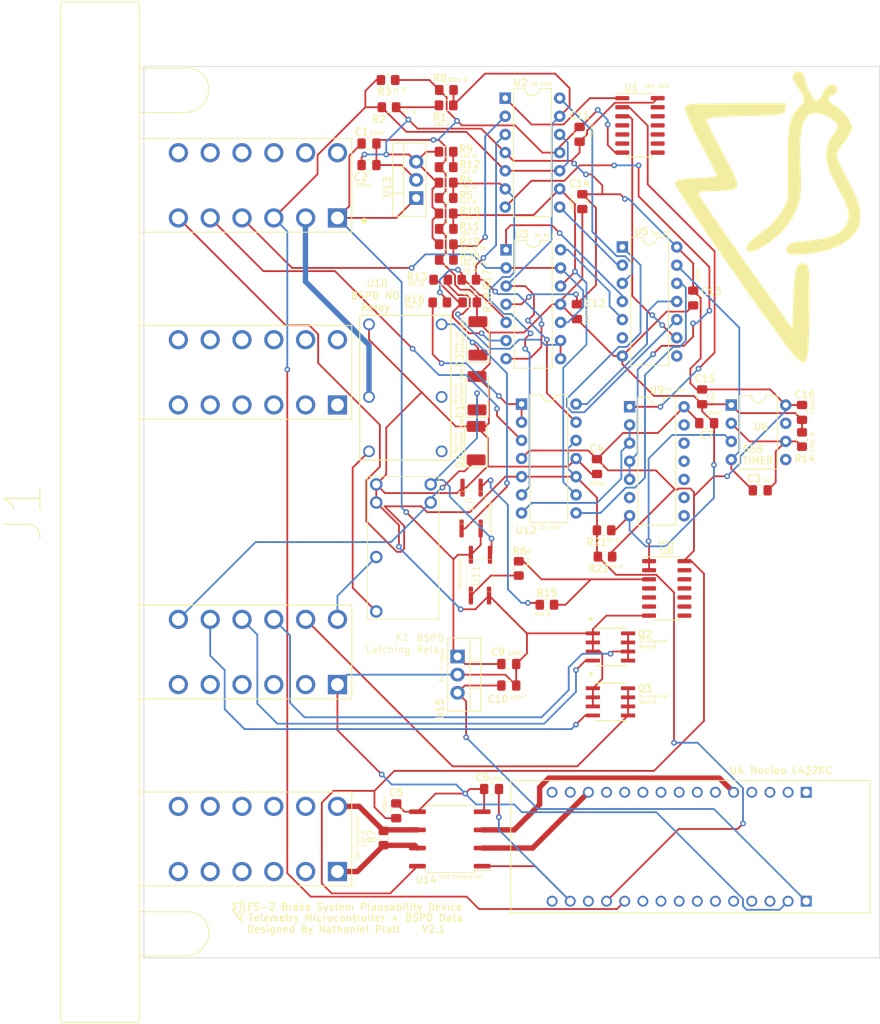
<source format=kicad_pcb>
(kicad_pcb (version 20221018) (generator pcbnew)
  (title_block (title "BSPD +") (date "2024-04-14") (rev "2.1"))
  (layers (0 "F.Cu" signal) (31 "B.Cu" signal) (34 "B.Paste" user) (35 "F.Paste" user) (36 "B.SilkS" user "B.Silkscreen") (37 "F.SilkS" user "F.Silkscreen") (38 "B.Mask" user) (39 "F.Mask" user) (44 "Edge.Cuts" user))
  (net 0 "")
  (net 1 "+12V")
  (net 2 "+5V")
  (net 3 "+3.3V")
  (net 4 "+9V")
  (net 5 "/CAN_Tel_H")
  (net 6 "/CAN_Tel_L")
  (net 31 "/Brake Threshhold (4.1V)")
  (net 32 "Net-(U6-THR)")
  (net 33 "GND")
  (net 34 "/Current Output Op")
  (net 35 "/Shutdown In")
  (net 36 "/Shutdown Out")
  (net 37 "/BSPD Fault")
  (net 39 "Net-(U5-Pad1)")
  (net 44 "/IMD_FAULT 5V")
  (net 45 "Net-(D1-K)")
  (net 46 "/SH_RESET")
  (net 47 "Net-(D3-K)")
  (net 48 "/Front Brake Output")
  (net 49 "/Current Output")
  (net 50 "/Current Vref")
  (net 52 "/Current Output Buffered")
  (net 53 "/BMS Light Low Side")
  (net 54 "/IMD Light Low Side")
  (net 55 "Net-(K1-Pad4)")
  (net 56 "/BMS_FAULT 5V")
  (net 57 "/4.5V")
  (net 58 "/BSPD Fault Post Timer")
  (net 59 "/3V")
  (net 60 "/0.5V")
  (net 61 "Net-(U6-Q)")
  (net 62 "/Current Vref Buffered")
  (net 63 "/Current Vref Op")
  (net 64 "/Current Sensor Differential")
  (net 65 "/2.25V")
  (net 70 "/CAN1_TD")
  (net 78 "/CAN1_RD")
  (net 91 "/Rear Brake Output")
  (net 92 "/Dual Brake High")
  (net 93 "/Front Brake High")
  (net 94 "Net-(U2-Pad8)")
  (net 95 "Net-(U2-Pad14)")
  (net 96 "/Rear Brake Short")
  (net 97 "/Rear Brake Open")
  (net 98 "/Rear Brake High")
  (net 110 "/CurSenShort")
  (net 111 "/CurSenOpen")
  (net 112 "Net-(R6-Pad2)")
  (net 113 "Net-(R15-Pad1)")
  (net 114 "Net-(U1-Pad1)")
  (net 116 "Net-(U1-Pad3)")
  (footprint "1FS_2_Global_Footprint_Library:FORMULA SLUG" (layer "F.Cu") (at 43.47158 141.097)
    (fp_text reference "")
    (fp_text value "" hide)
  )
  (footprint "Package_SO:SOP-8_6.62x9.15mm_P2.54mm" (layer "F.Cu") (at 69.85 130.937 180)
    (fp_text reference "U14")
    (fp_text value "ISO1050DUB")
  )
  (footprint "Capacitor_SMD:C_0805_2012Metric_Pad1.18x1.45mm_HandSolder" (layer "F.Cu") (at 103.896 55.2615 90)
    (fp_text reference "C13")
    (fp_text value "100nf")
  )
  (footprint "Capacitor_SMD:C_0805_2012Metric_Pad1.18x1.45mm_HandSolder" (layer "F.Cu") (at 105.791 72.771 180)
    (fp_text reference "C7")
    (fp_text value "100nf")
  )
  (footprint "Resistor_SMD:R_0805_2012Metric_Pad1.20x1.40mm_HandSolder" (layer "F.Cu") (at 61.341 28.575 180)
    (fp_text reference "R2")
    (fp_text value "1k")
  )
  (footprint "Package_DIP:DIP-8_W7.62mm" (layer "F.Cu") (at 109.23 70.241)
    (fp_text reference "U6")
    (fp_text value "LM555N")
  )
  (footprint "Package_DIP:DIP-14_W7.62mm" (layer "F.Cu") (at 95.006 70.48)
    (fp_text reference "U9")
    (fp_text value "2x4 OR GATE")
  )
  (footprint "Resistor_SMD:R_0805_2012Metric_Pad1.20x1.40mm_HandSolder" (layer "F.Cu") (at 61.214 24.765 180)
    (fp_text reference "R3")
    (fp_text value "1k")
  )
  (footprint "Capacitor_SMD:C_0805_2012Metric_Pad1.18x1.45mm_HandSolder" (layer "F.Cu") (at 62.357 127 -90)
    (fp_text reference "C5")
    (fp_text value "100nf")
  )
  (footprint "1FS_2_Global_Footprint_Library:OptoCoupler 6-SOP" (layer "F.Cu") (at 74.041 94.107 90)
    (fp_text reference "U11")
    (fp_text value "TLP3122AE")
  )
  (footprint "1FS_2_Global_Footprint_Library:Omron G6BK-1114P-US" (layer "F.Cu") (at 62.103 88.953)
    (fp_text reference "K1")
    (fp_text value "Latching Relay")
  )
  (footprint "Capacitor_SMD:C_0805_2012Metric_Pad1.18x1.45mm_HandSolder" (layer "F.Cu") (at 75.692 123.952)
    (fp_text reference "C6")
    (fp_text value "100nf")
  )
  (footprint "Package_DIP:DIP-14_W7.62mm" (layer "F.Cu") (at 77.724 48.514)
    (fp_text reference "U3")
    (fp_text value "OP AMP")
  )
  (footprint "Resistor_SMD:R_0805_2012Metric_Pad1.20x1.40mm_HandSolder" (layer "F.Cu") (at 69.342 39.116)
    (fp_text reference "R4")
    (fp_text value "18k")
  )
  (footprint "Resistor_SMD:R_0805_2012Metric_Pad1.20x1.40mm_HandSolder" (layer "F.Cu") (at 91.567 91.44 180)
    (fp_text reference "R22")
    (fp_text value "1k")
  )
  (footprint "Package_TO_SOT_THT:TO-220-3_Vertical" (layer "F.Cu") (at 65.151 41.275 90)
    (fp_text reference "U13")
    (fp_text value "LM7805_TO220")
  )
  (footprint "Resistor_SMD:R_0805_2012Metric_Pad1.20x1.40mm_HandSolder" (layer "F.Cu") (at 69.342 43.434)
    (fp_text reference "R10")
    (fp_text value "330k")
  )
  (footprint "Capacitor_SMD:C_0805_2012Metric_Pad1.18x1.45mm_HandSolder" (layer "F.Cu") (at 88.392 41.783 90)
    (fp_text reference "C14")
    (fp_text value "100nf")
  )
  (footprint "Capacitor_SMD:C_0805_2012Metric_Pad1.18x1.45mm_HandSolder" (layer "F.Cu") (at 113.284 82.169)
    (fp_text reference "C3")
    (fp_text value "1uf")
  )
  (footprint "Capacitor_SMD:C_0805_2012Metric_Pad1.18x1.45mm_HandSolder" (layer "F.Cu") (at 58.547 36.665)
    (fp_text reference "C2")
    (fp_text value "100nf")
  )
  (footprint "Package_DIP:DIP-14_W7.62mm" (layer "F.Cu") (at 79.893 70.099)
    (fp_text reference "U12")
    (fp_text value "OP AMP")
  )
  (footprint "Resistor_SMD:R_0805_2012Metric_Pad1.20x1.40mm_HandSolder" (layer "F.Cu") (at 91.44 87.757 180)
    (fp_text reference "R21")
    (fp_text value "1k")
  )
  (footprint "Package_SO:SOIC-14_3.9x8.7mm_P1.27mm" (layer "F.Cu") (at 100.203 95.885)
    (fp_text reference "U8")
    (fp_text value "HEF4093B")
  )
  (footprint "Resistor_SMD:R_0805_2012Metric_Pad1.20x1.40mm_HandSolder" (layer "F.Cu") (at 69.358 49.911 180)
    (fp_text reference "R20")
    (fp_text value "18k 1%")
  )
  (footprint "Diode_SMD:D_2010_5025Metric_Pad1.52x2.65mm_HandSolder" (layer "F.Cu") (at 73.66 68.58 90)
    (fp_text reference "D1")
    (fp_text value "D")
  )
  (footprint "Package_TO_SOT_THT:TO-220-3_Vertical" (layer "F.Cu") (at 70.937 105.41 -90)
    (fp_text reference "U15")
    (fp_text value "LM7809_TO220")
  )
  (footprint "Resistor_SMD:R_0805_2012Metric_Pad1.20x1.40mm_HandSolder" (layer "F.Cu") (at 60.579 130.81 -90)
    (fp_text reference "R7")
    (fp_text value "120")
  )
  (footprint "1FS_2_Global_Footprint_Library:OptoCoupler 6-SOP" (layer "F.Cu") (at 72.928 84.571 -90)
    (fp_text reference "U7")
    (fp_text value "TLP3122AE")
  )
  (footprint "Package_DIP:DIP-14_W7.62mm" (layer "F.Cu") (at 93.99 48.128)
    (fp_text reference "U5")
    (fp_text value "2x4 OR GATE")
  )
  (footprint "Capacitor_SMD:C_0805_2012Metric_Pad1.18x1.45mm_HandSolder" (layer "F.Cu") (at 87.63 57.1715 90)
    (fp_text reference "C12")
    (fp_text value "100nf")
  )
  (footprint "Resistor_SMD:R_0805_2012Metric_Pad1.20x1.40mm_HandSolder" (layer "F.Cu") (at 72.644 55.88)
    (fp_text reference "R18")
    (fp_text value "1M")
  )
  (footprint "Resistor_SMD:R_0805_2012Metric_Pad1.20x1.40mm_HandSolder" (layer "F.Cu") (at 69.342 28.311)
    (fp_text reference "R1")
    (fp_text value "39k" hide)
  )
  (footprint "1FS_2_Global_Footprint_Library:RELAY_DK2A_PAN" (layer "F.Cu") (at 58.547 58.9407)
    (fp_text reference "U10")
    (fp_text value "DK1A1B-12V")
  )
  (footprint "Diode_SMD:D_2010_5025Metric_Pad1.52x2.65mm_HandSolder" (layer "F.Cu") (at 73.533 75.565 90)
    (fp_text reference "D2")
    (fp_text value "D")
  )
  (footprint "Capacitor_SMD:C_0805_2012Metric_Pad1.18x1.45mm_HandSolder" (layer "F.Cu") (at 105.156 69.088 90)
    (fp_text reference "C15")
    (fp_text value "100nf")
  )
  (footprint "Capacitor_SMD:C_0805_2012Metric_Pad1.18x1.45mm_HandSolder" (layer "F.Cu") (at 58.547 33.655)
    (fp_text reference "C1")
    (fp_text value "330nf")
  )
  (footprint "Resistor_SMD:R_0805_2012Metric_Pad1.20x1.40mm_HandSolder" (layer "F.Cu") (at 119.126 75.057 90)
    (fp_text reference "R14")
    (fp_text value "270k")
  )
  (footprint "Diode_SMD:D_2010_5025Metric_Pad1.52x2.65mm_HandSolder" (layer "F.Cu") (at 73.787 60.9085 90)
    (fp_text reference "D3")
    (fp_text value "D")
  )
  (footprint "Capacitor_SMD:C_0805_2012Metric_Pad1.18x1.45mm_HandSolder" (layer "F.Cu") (at 88.011 32.3635 -90)
    (fp_text reference "C11")
    (fp_text value "100nf")
  )
  (footprint "1FS_2_Global_Footprint_Library:TE_DT13-48PABCD-R015" (layer "F.Cu") (at 54.13 85.217 90)
    (fp_text reference "J1")
    (fp_text value "DT13-48PABCD-R015")
  )
  (footprint "Resistor_SMD:R_0805_2012Metric_Pad1.20x1.40mm_HandSolder" (layer "F.Cu") (at 68.58 52.705)
    (fp_text reference "R13")
    (fp_text value "39k")
  )
  (footprint "Capacitor_SMD:C_0805_2012Metric_Pad1.18x1.45mm_HandSolder" (layer "F.Cu") (at 119.126 71.2685 90)
    (fp_text reference "C16")
    (fp_text value "100nf")
  )
  (footprint "Resistor_SMD:R_0805_2012Metric_Pad1.20x1.40mm_HandSolder" (layer "F.Cu") (at 69.342 41.275 180)
    (fp_text reference "R5")
    (fp_text value "82k")
  )
  (footprint "Capacitor_SMD:C_0805_2012Metric_Pad1.18x1.45mm_HandSolder" (layer "F.Cu") (at 90.434 78.8405 90)
    (fp_text reference "C4")
    (fp_text value "100nf")
  )
  (footprint "Resistor_SMD:R_0805_2012Metric_Pad1.20x1.40mm_HandSolder" (layer "F.Cu") (at 72.517 52.705 180)
    (fp_text reference "R17")
    (fp_text value "1M")
  )
  (footprint "Resistor_SMD:R_0805_2012Metric_Pad1.20x1.40mm_HandSolder" (layer "F.Cu") (at 68.453 55.88)
    (fp_text reference "R16")
    (fp_text value "39k")
  )
  (footprint "Resistor_SMD:R_0805_2012Metric_Pad1.20x1.40mm_HandSolder" (layer "F.Cu") (at 69.3775 26.162 180)
    (fp_text reference "R8")
    (fp_text value "330k")
  )
  (footprint "Resistor_SMD:R_0805_2012Metric_Pad1.20x1.40mm_HandSolder" (layer "F.Cu") (at 69.358 45.593 180)
    (fp_text reference "R11")
    (fp_text value "39k")
  )
  (footprint "Resistor_SMD:R_0805_2012Metric_Pad1.20x1.40mm_HandSolder" (layer "F.Cu") (at 69.342 34.798 180)
    (fp_text reference "R9")
    (fp_text value "10k" hide)
  )
  (footprint "Package_SO:SOIC-14_3.9x8.7mm_P1.27mm" (layer "F.Cu") (at 96.458 31.115)
    (fp_text reference "U1")
    (fp_text value "4081")
  )
  (footprint "1FS_2_Global_Footprint_Library:MODULE_NUCLEO-L432KC" (layer "F.Cu") (at 103.505 132.0265 -90)
    (fp_text reference "U4")
    (fp_text value "NUCLEO-L432KC")
  )
  (footprint "1FS_2_Global_Footprint_Library:FS Logo Big" (layer "F.Cu") (at 113.925135 43.378707)
    (fp_text reference "" hide)
    (fp_text value "" hide)
  )
  (footprint "Capacitor_SMD:C_0805_2012Metric_Pad1.18x1.45mm_HandSolder" (layer "F.Cu") (at 78.105 106.464)
    (fp_text reference "C9")
    (fp_text value "330nf")
  )
  (footprint "Resistor_SMD:R_0805_2012Metric_Pad1.20x1.40mm_HandSolder" (layer "F.Cu") (at 69.342 36.957)
    (fp_text reference "R12")
    (fp_text value "15k")
  )
  (footprint "Resistor_SMD:R_0805_2012Metric_Pad1.20x1.40mm_HandSolder" (layer "F.Cu") (at 83.439 98.171)
    (fp_text reference "R15")
    (fp_text value "374")
  )
  (footprint "1FS_2_Global_Footprint_Library:SO-8_STM" (layer "F.Cu") (at 92.329 104.0798)
    (fp_text reference "Q2")
    (fp_text value "STS6NF20V")
  )
  (footprint "Capacitor_SMD:C_0805_2012Metric_Pad1.18x1.45mm_HandSolder" (layer "F.Cu") (at 78.105 109.474)
    (fp_text reference "C10")
    (fp_text value "100nf")
  )
  (footprint "1FS_2_Global_Footprint_Library:SO-8_STM" (layer "F.Cu") (at 92.329 111.76)
    (fp_text reference "Q3")
    (fp_text value "STS6NF20V")
  )
  (footprint "Resistor_SMD:R_0805_2012Metric_Pad1.20x1.40mm_HandSolder" (layer "F.Cu") (at 69.358 47.752 180)
    (fp_text reference "R19")
    (fp_text value "22k 1%")
  )
  (footprint "Package_DIP:DIP-14_W7.62mm" (layer "F.Cu") (at 77.607 27.3)
    (fp_text reference "U2")
    (fp_text value "OP AMP")
  )
  (footprint "Resistor_SMD:R_0805_2012Metric_Pad1.20x1.40mm_HandSolder" (layer "F.Cu") (at 79.502 93.091 -90)
    (fp_text reference "R6")
    (fp_text value "374")
  )
  (gr_rect (start 27.051 22.86) (end 130 147.574) (stroke (width 0.1)) (fill none) (layer "Edge.Cuts"))
  (gr_text "82k Ω" (at 71.247 42.164) (layer "F.SilkS") (effects (font (size 0.5 0.5) (thickness 0.075)) (justify left bottom)))
  (gr_text "Op Amp" (at 81.153 25.527) (layer "F.SilkS") (effects (font (size 0.5 0.5) (thickness 0.075)) (justify left bottom)))
  (gr_text "1M Ω" (at 71.628 51.689) (layer "F.SilkS") (effects (font (size 0.5 0.5) (thickness 0.075)) (justify left bottom)))
  (gr_text "555\nTIMER\n" (at 110.744 78.613) (layer "F.SilkS") (effects (font (size 1 1)) (justify left bottom)))
  (gr_text "330nf\n" (at 77.8725 105.283) (layer "F.SilkS") (effects (font (size 0.5 0.5) (thickness 0.075)) (justify left bottom)))
  (gr_text "100nf\n" (at 56.642 39.751) (layer "F.SilkS") (effects (font (size 0.5 0.5) (thickness 0.075)) (justify left bottom)))
  (gr_text "CAN Transceiver" (at 68.326 136.525) (layer "F.SilkS") (effects (font (size 0.5 0.5) (thickness 0.075)) (justify left bottom)))
  (gr_text "N-channel \nMosfet" (at 96.266 104.3338) (layer "F.SilkS") (effects (font (size 0.5 0.5) (thickness 0.075)) (justify left bottom)))
  (gr_text "		BSPD \nLatching Relay" (at 63.627 103.632) (layer "F.SilkS") (effects (font (size 1 1) (thickness 0.1))))
  (gr_text "Optocoupler" (at 75.311 83.82 -90) (layer "F.SilkS") (effects (font (size 0.5 0.5) (thickness 0.075)) (justify left bottom)))
  (gr_text "18k Ω" (at 71.247 40.005) (layer "F.SilkS") (effects (font (size 0.5 0.5) (thickness 0.075)) (justify left bottom)))
  (gr_text "Optocoupler" (at 71.501 96.139 90) (layer "F.SilkS") (effects (font (size 0.5 0.5) (thickness 0.075)) (justify left bottom)))
  (gr_text "100nf\n" (at 90.043 33.02 90) (layer "F.SilkS") (effects (font (size 0.5 0.5) (thickness 0.075)) (justify left bottom)))
  (gr_text "Relay coil \nbreakdown diode" (at 71.755 77.089 90) (layer "F.SilkS") (effects (font (size 0.5 0.4) (thickness 0.075)) (justify left bottom)))
  (gr_text "1k Ω" (at 63.246 29.464) (layer "F.SilkS") (effects (font (size 0.5 0.5) (thickness 0.075)) (justify left bottom)))
  (gr_text "39k Ω" (at 63.5 56.769) (layer "F.SilkS") (effects (font (size 0.5 0.5) (thickness 0.075)) (justify left bottom)))
  (gr_text "15k Ω" (at 71.247 37.846) (layer "F.SilkS") (effects (font (size 0.5 0.5) (thickness 0.075)) (justify left bottom)))
  (gr_text "100nf\n" (at 87.249 42.926 90) (layer "F.SilkS") (effects (font (size 0.5 0.5) (thickness 0.075)) (justify left bottom)))
  (gr_text "FS-2 Brake System Plausability Device" (at 41.402 141.038456) (layer "F.SilkS") (effects (font (size 1 1)) (justify left bottom)))
  (gr_text "100nf\n" (at 105.537 71.628) (layer "F.SilkS") (effects (font (size 0.5 0.5) (thickness 0.075)) (justify left bottom)))
  (gr_text "100nf\n" (at 120.904 71.628 90) (layer "F.SilkS") (effects (font (size 0.5 0.5) (thickness 0.075)) (justify left bottom)))
  (gr_text "100nf\n" (at 61.087 127.254 90) (layer "F.SilkS") (effects (font (size 0.5 0.5) (thickness 0.075)) (justify left bottom)))
  (gr_text "Op Amp" (at 99.949 68.326) (layer "F.SilkS") (effects (font (size 0.5 0.5) (thickness 0.075)) (justify left bottom)))
  (gr_text "9V lin reg" (at 68.961 109.093 90) (layer "F.SilkS") (effects (font (size 0.5 0.5) (thickness 0.075)) (justify left bottom)))
  (gr_text "100nf\n" (at 89.408 59.055 90) (layer "F.SilkS") (effects (font (size 0.5 0.5) (thickness 0.075)) (justify left bottom)))
  (gr_text "AND GATE" (at 97.028 25.908) (layer "F.SilkS") (effects (font (size 0.5 0.5) (thickness 0.075)) (justify left bottom)))
  (gr_text "330nf\n" (at 58.547 32.512) (layer "F.SilkS") (effects (font (size 0.5 0.5) (thickness 0.075)) (justify left bottom)))
  (gr_text "100nf\n" (at 78.2535 111.379) (layer "F.SilkS") (effects (font (size 0.5 0.5) (thickness 0.075)) (justify left bottom)))
  (gr_text "10k Ω" (at 71.247 35.687) (layer "F.SilkS") (effects (font (size 0.5 0.5) (thickness 0.075)) (justify left bottom)))
  (gr_text "18k Ω 1%" (at 71.247 50.8) (layer "F.SilkS") (effects (font (size 0.5 0.5) (thickness 0.075)) (justify left bottom)))
  (gr_text "1k Ω" (at 92.202 93.091) (layer "F.SilkS") (effects (font (size 0.5 0.5) (thickness 0.075)) (justify left bottom)))
  (gr_text "370 Ω" (at 81.153 92.964 90) (layer "F.SilkS") (effects (font (size 0.5 0.5) (thickness 0.075)) (justify left bottom)))
  (gr_text "BSPD NO\nRelay" (at 59.436 55.753) (layer "F.SilkS") (effects (font (size 1 1))))
  (gr_text "Nucleo L432KC" (at 111.76 121.92) (layer "F.SilkS") (effects (font (size 1 1)) (justify left bottom)))
  (gr_text "270k Ω" (at 120.904 76.835 90) (layer "F.SilkS") (effects (font (size 0.5 0.5) (thickness 0.075)) (justify left bottom)))
  (gr_text "39k Ω" (at 71.247 46.482) (layer "F.SilkS") (effects (font (size 0.5 0.5) (thickness 0.075)) (justify left bottom)))
  (gr_text "2x4 OR" (at 97.927 46.477) (layer "F.SilkS") (effects (font (size 0.5 0.5) (thickness 0.075)) (justify left bottom)))
  (gr_text "Designed By Nathaniel Platt    V2.1" (at 41.402 144.145) (layer "F.SilkS") (effects (font (size 1 1)) (justify left bottom)))
  (gr_text "39k Ω" (at 63.881 53.594) (layer "F.SilkS") (effects (font (size 0.5 0.5) (thickness 0.075)) (justify left bottom)))
  (gr_text "Telemetry Microcontroller + BSPD Data" (at 41.529 142.562456) (layer "F.SilkS") (effects (font (size 1 1)) (justify left bottom)))
  (gr_text "22k Ω 1%" (at 71.247 48.641) (layer "F.SilkS") (effects (font (size 0.5 0.5) (thickness 0.075)) (justify left bottom)))
  (gr_text "100nf\n" (at 75.438 122.809) (layer "F.SilkS") (effects (font (size 0.5 0.5) (thickness 0.075)) (justify left bottom)))
  (gr_text "Op Amp" (at 82.306 87.625) (layer "F.SilkS") (effects (font (size 0.5 0.5) (thickness 0.075)) (justify left bottom)))
  (gr_text "N-channel \nMosfet" (at 96.266 112.0808) (layer "F.SilkS") (effects (font (size 0.5 0.5) (thickness 0.075)) (justify left bottom)))
  (gr_text "1uf\n\n" (at 113.665 81.915) (layer "F.SilkS") (effects (font (size 0.5 0.5) (thickness 0.075)) (justify left bottom)))
  (gr_text "100nf\n" (at 104.902 53.213 90) (layer "F.SilkS") (effects (font (size 0.5 0.5) (thickness 0.075)) (justify left bottom)))
  (gr_text "39k Ω" (at 67.564 31.242) (layer "F.SilkS") (effects (font (size 0.5 0.5) (thickness 0.075)) (justify left bottom)))
  (gr_text "CAN Termination\n	120 Ω" (at 58.039 133.985 90) (layer "F.SilkS") (effects (font (size 0.5 0.5) (thickness 0.075)) (justify left bottom)))
  (gr_text "Relay coil \nbreakdown diode" (at 71.882 62.992 90) (layer "F.SilkS") (effects (font (size 0.5 0.4) (thickness 0.075)) (justify left bottom)))
  (gr_text "1k Ω" (at 91.694 89.408) (layer "F.SilkS") (effects (font (size 0.5 0.5) (thickness 0.075)) (justify left bottom)))
  (gr_text "Op Amp" (at 81.534 46.736) (layer "F.SilkS") (effects (font (size 0.5 0.5) (thickness 0.075)) (justify left bottom)))
  (gr_text "100nf\n" (at 106.934 70.5905 90) (layer "F.SilkS") (effects (font (size 0.5 0.5) (thickness 0.075)) (justify left bottom)))
  (gr_text "Relay coil \nbreakdown diode" (at 71.755 70.231 90) (layer "F.SilkS") (effects (font (size 0.5 0.4) (thickness 0.075)) (justify left bottom)))
  (gr_text "1M Ω" (at 71.628 54.864) (layer "F.SilkS") (effects (font (size 0.5 0.5) (thickness 0.075)) (justify left bottom)))
  (gr_text "1k Ω" (at 61.849 26.416) (layer "F.SilkS") (effects (font (size 0.5 0.5) (thickness 0.075)) (justify left bottom)))
  (gr_text "330k Ω" (at 71.247 44.323) (layer "F.SilkS") (effects (font (size 0.5 0.5) (thickness 0.075)) (justify left bottom)))
  (gr_text "370 Ω" (at 81.534 99.822) (layer "F.SilkS") (effects (font (size 0.5 0.5) (thickness 0.075)) (justify left bottom)))
  (gr_text "330k Ω" (at 69.469 25.019) (layer "F.SilkS") (effects (font (size 0.5 0.5) (thickness 0.075)) (justify left bottom)))
  (gr_text "100nf\n" (at 89.291 81.529) (layer "F.SilkS") (effects (font (size 0.5 0.5) (thickness 0.075)) (justify left bottom)))
  (gr_text "NANDs" (at 98.868 89.789) (layer "F.SilkS") (effects (font (size 0.5 0.5) (thickness 0.075)) (justify left bottom)))
  (segment (start 71.004 91.175) (end 70.358 91.821) (width 0.25) (layer "F.Cu") (net 1))
  (segment (start 62.369 44.057) (end 65.151 41.275) (width 0.25) (layer "F.Cu") (net 1))
  (segment (start 70.358 104.831) (end 70.937 105.41) (width 0.25) (layer "F.Cu") (net 1))
  (segment (start 72.801 91.175) (end 71.004 91.175) (width 0.25) (layer "F.Cu") (net 1))
  (segment (start 74.168 87.503) (end 74.168 89.808) (width 0.25) (layer "F.Cu") (net 1))
  (segment (start 55.8 35.3645) (end 57.5095 33.655) (width 0.25) (layer "F.Cu") (net 1))
  (segment (start 54.13 44.057) (end 62.369 44.057) (width 0.25) (layer "F.Cu") (net 1))
  (segment (start 55.8 42.387) (end 55.8 35.3645) (width 0.25) (layer "F.Cu") (net 1))
  (segment (start 77.0675 106.464) (end 71.991 106.464) (width 0.25) (layer "F.Cu") (net 1))
  (segment (start 70.358 91.821) (end 70.358 104.831) (width 0.25) (layer "F.Cu") (net 1))
  (segment (start 54.13 44.057) (end 55.8 42.387) (width 0.25) (layer "F.Cu") (net 1))
  (segment (start 71.991 106.464) (end 70.937 105.41) (width 0.25) (layer "F.Cu") (net 1))
  (segment (start 74.168 89.808) (end 72.801 91.175) (width 0.25) (layer "F.Cu") (net 1))
  (segment (start 63.754 85.217) (end 70.358 91.821) (width 0.25) (layer "F.Cu") (net 1))
  (via (at 63.754 85.217) (size 0.8) (drill 0.4) (layers "F.Cu" "B.Cu") (net 1))
  (segment (start 54.13 44.057) (end 63.119 53.046) (width 0.25) (layer "B.Cu") (net 1))
  (segment (start 63.119 53.046) (end 63.119 84.582) (width 0.25) (layer "B.Cu") (net 1))
  (segment (start 63.119 84.582) (end 63.754 85.217) (width 0.25) (layer "B.Cu") (net 1))
  (segment (start 90.297 53.467) (end 90.297 42.6505) (width 0.25) (layer "F.Cu") (net 2))
  (segment (start 89.662 37.973) (end 91.186 39.497) (width 0.25) (layer "F.Cu") (net 2))
  (segment (start 57.5095 35.5815) (end 57.5095 36.665) (width 0.25) (layer "F.Cu") (net 2))
  (segment (start 104.013 82.423) (end 103.505 81.915) (width 0.25) (layer "F.Cu") (net 2))
  (segment (start 98.679 79.375) (end 92.006 79.375) (width 0.25) (layer "F.Cu") (net 2))
  (segment (start 80.899 55.118) (end 79.883 56.134) (width 0.25) (layer "F.Cu") (net 2))
  (segment (start 104.013 82.983122) (end 104.013 82.423) (width 0.25) (layer "F.Cu") (net 2))
  (segment (start 104.946 55.274) (end 104.946 63.71) (width 0.25) (layer "F.Cu") (net 2))
  (segment (start 77.607 34.92) (end 74.252 31.565) (width 0.25) (layer "F.Cu") (net 2))
  (segment (start 103.505 81.915) (end 101.88 81.915) (width 0.25) (layer "F.Cu") (net 2))
  (segment (start 92.567 90.74) (end 101.252 82.055) (width 0.25) (layer "F.Cu") (net 2))
  (segment (start 103.653 92.075) (end 105.41 93.832) (width 0.25) (layer "F.Cu") (net 2))
  (segment (start 81.018 76.594) (end 79.893 77.719) (width 0.25) (layer "F.Cu") (net 2))
  (segment (start 102.678 92.075) (end 103.653 92.075) (width 0.25) (layer "F.Cu") (net 2))
  (segment (start 103.896 54.224) (end 103.896 50.414) (width 0.25) (layer "F.Cu") (net 2))
  (segment (start 59.309 124.206) (end 62.103 121.412) (width 0.25) (layer "F.Cu") (net 2))
  (segment (start 59.309 126.492) (end 59.309 124.206) (width 0.25) (layer "F.Cu") (net 2))
  (segment (start 87.63 54.864) (end 87.503 54.737) (width 0.25) (layer "F.Cu") (net 2))
  (segment (start 88.011 33.401) (end 88.011 34.925) (width 0.25) (layer "F.Cu") (net 2))
  (segment (start 51.943 137.16) (end 53.34 138.557) (width 0.25) (layer "F.Cu") (net 2))
  (segment (start 114.6595 68.0505) (end 105.156 68.0505) (width 0.25) (layer "F.Cu") (net 2))
  (segment (start 51.943 125.857) (end 51.943 137.16) (width 0.25) (layer "F.Cu") (net 2))
  (segment (start 66.548 34.798) (end 65.151 36.195) (width 0.25) (layer "F.Cu") (net 2))
  (segment (start 116.85 70.241) (end 114.6595 68.0505) (width 0.25) (layer "F.Cu") (net 2))
  (segment (start 67.433 44.343) (end 67.433 46.827) (width 0.25) (layer "F.Cu") (net 2))
  (segment (start 103.505 67.183) (end 104.3725 68.0505) (width 0.25) (layer "F.Cu") (net 2))
  (segment (start 68.342 39.116) (end 67.417 40.041) (width 0.25) (layer "F.Cu") (net 2))
  (segment (start 106.795622 80.2005) (end 104.013 82.983122) (width 0.25) (layer "F.Cu") (net 2))
  (segment (start 105.41 93.832) (end 105.41 114.427) (width 0.25) (layer "F.Cu") (net 2))
  (segment (start 53.594 124.206) (end 51.943 125.857) (width 0.25) (layer "F.Cu") (net 2))
  (segment (start 67.433 46.827) (end 68.358 47.752) (width 0.25) (layer "F.Cu") (net 2))
  (segment (start 64.135 35.179) (end 60.96 35.179) (width 0.25) (layer "F.Cu") (net 2))
  (segment (start 68.078 28.575) (end 68.342 28.311) (width 0.25) (layer "F.Cu") (net 2))
  (segment (start 78.755 36.068) (end 77.607 34.92) (width 0.25) (layer "F.Cu") (net 2))
  (segment (start 74.252 31.565) (end 65.331 31.565) (width 0.25) (layer "F.Cu") (net 2))
  (segment (start 98.961 74.145) (end 102.626 70.48) (width 0.25) (layer "F.Cu") (net 2))
  (segment (start 90.434 77.803) (end 94.092 74.145) (width 0.25) (layer "F.Cu") (net 2))
  (segment (start 68.072 39.116) (end 68.342 39.116) (width 0.25) (layer "F.Cu") (net 2))
  (segment (start 67.417 40.041) (end 67.417 42.509) (width 0.25) (layer "F.Cu") (net 2))
  (segment (start 101.74 82.055) (end 101.359 82.055) (width 0.25) (layer "F.Cu") (net 2))
  (segment (start 88.011 34.925) (end 86.868 36.068) (width 0.25) (layer "F.Cu") (net 2))
  (segment (start 104.013 90.616) (end 104.013 82.983122) (width 0.25) (layer "F.Cu") (net 2))
  (segment (start 62.341 28.575) (end 68.078 28.575) (width 0.25) (layer "F.Cu") (net 2))
  (segment (start 94.361 41.402) (end 93.7045 40.7455) (width 0.25) (layer "F.Cu") (net 2))
  (segment (start 92.964 27.94) (end 98.298 27.94) (width 0.25) (layer "F.Cu") (net 2))
  (segment (start 78.755 36.068) (end 86.868 36.068) (width 0.25) (layer "F.Cu") (net 2))
  (segment (start 103.896 50.414) (end 101.61 48.128) (width 0.25) (layer "F.Cu") (net 2))
  (segment (start 87.63 56.134) (end 87.63 54.864) (width 0.25) (layer "F.Cu") (net 2))
  (segment (start 68.342 34.798) (end 66.548 34.798) (width 0.25) (layer "F.Cu") (net 2))
  (segment (start 94.092 74.145) (end 98.961 74.145) (width 0.25) (layer "F.Cu") (net 2))
  (segment (start 92.567 91.44) (end 92.567 90.74) (width 0.25) (layer "F.Cu") (net 2))
  (segment (start 89.061 31.843) (end 92.964 27.94) (width 0.25) (layer "F.Cu") (net 2))
  (segment (start 108.6485 80.2005) (end 106.795622 80.2005) (width 0.25) (layer "F.Cu") (net 2))
  (segment (start 116.86 70.231) (end 116.85 70.241) (width 0.25) (layer "F.Cu") (net 2))
  (segment (start 88.011 33.401) (end 89.061 32.351) (width 0.25) (layer "F.Cu") (net 2))
  (segment (start 101.359 82.055) (end 98.679 79.375) (width 0.25) (layer "F.Cu") (net 2))
  (segment (start 65.151 36.195) (end 68.072 39.116) (width 0.25) (layer "F.Cu") (net 2))
  (segment (start 98.298 27.94) (end 98.933 27.305) (width 0.25) (layer "F.Cu") (net 2))
  (segment (start 103.505 65.151) (end 103.505 67.183) (width 0.25) (layer "F.Cu") (net 2))
  (segment (start 65.331 31.565) (end 64.0635 30.2975) (width 0.25) (layer "F.Cu") (net 2))
  (segment (start 93.7045 40.7455) (end 91.186 40.7455) (width 0.25) (layer "F.Cu") (net 2))
  (segment (start 62.103 121.412) (end 98.425 121.412) (width 0.25) (layer "F.Cu") (net 2))
  (segment (start 89.225 76.594) (end 81.018 76.594) (width 0.25) (layer "F.Cu") (net 2))
  (segment (start 62.357 128.0375) (end 60.8545 128.0375) (width 0.25) (layer "F.Cu") (net 2))
  (segment (start 87.63 56.134) (end 90.297 53.467) (width 0.25) (layer "F.Cu") (net 2))
  (segment (start 68.342 43.434) (end 67.433 44.343) (width 0.25) (layer "F.Cu") (net 2))
  (segment (start 65.151 36.195) (end 64.135 35.179) (width 0.25) (layer "F.Cu") (net 2))
  (segment (start 103.896 54.224) (end 104.946 55.274) (width 0.25) (layer "F.Cu") (net 2))
  (segment (start 64.0635 30.2975) (end 62.341 28.575) (width 0.25) (layer "F.Cu") (net 2))
  (segment (start 104.7535 72.6075) (end 104.7535 72.771) (width 0.25) (layer "F.Cu") (net 2))
  (segment (start 61.515 138.557) (end 65.325 134.747) (width 0.25) (layer "F.Cu") (net 2))
  (segment (start 90.434 77.803) (end 89.225 76.594) (width 0.25) (layer "F.Cu") (net 2))
  (segment (start 102.616 92.013) (end 104.013 90.616) (width 0.25) (layer "F.Cu") (net 2))
  (segment (start 91.186 40.7455) (end 88.392 40.7455) (width 0.25) (layer "F.Cu") (net 2))
  (segment (start 101.252 82.055) (end 101.74 82.055) (width 0.25) (layer "F.Cu") (net 2))
  (segment (start 57.912 35.179) (end 57.5095 35.5815) (width 0.25) (layer "F.Cu") (net 2))
  (segment (start 53.34 138.557) (end 61.515 138.557) (width 0.25) (layer "F.Cu") (net 2))
  (segment (start 102.626 70.48) (end 104.7535 72.6075) (width 0.25) (layer "F.Cu") (net 2))
  (segment (start 90.297 42.6505) (end 88.392 40.7455) (width 0.25) (layer "F.Cu") (net 2))
  (segment (start 89.061 32.351) (end 89.061 31.843) (width 0.25) (layer "F.Cu") (net 2))
  (segment (start 119.126 70.231) (end 116.86 70.231) (width 0.25) (layer "F.Cu") (net 2))
  (segment (start 88.9 37.973) (end 89.662 37.973) (width 0.25) (layer "F.Cu") (net 2))
  (segment (start 104.3725 68.0505) (end 105.156 68.0505) (width 0.25) (layer "F.Cu") (net 2))
  (segment (start 60.8545 128.0375) (end 59.309 126.492) (width 0.25) (layer "F.Cu") (net 2))
  (segment (start 98.425 121.412) (end 105.41 114.427) (width 0.25) (layer "F.Cu") (net 2))
  (segment (start 104.946 63.71) (end 103.505 65.151) (width 0.25) (layer "F.Cu") (net 2))
  (segment (start 101.88 81.915) (end 101.74 82.055) (width 0.25) (layer "F.Cu") (net 2))
  (segment (start 92.006 79.375) (end 90.434 77.803) (width 0.25) (layer "F.Cu") (net 2))
  (segment (start 87.249 36.449) (end 86.868 36.068) (width 0.25) (layer "F.Cu") (net 2))
  (segment (start 79.883 56.134) (end 77.724 56.134) (width 0.25) (layer "F.Cu") (net 2))
  (segment (start 67.417 42.509) (end 68.342 43.434) (width 0.25) (layer "F.Cu") (net 2))
  (segment (start 91.186 39.497) (end 91.186 40.7455) (width 0.25) (layer "F.Cu") (net 2))
  (segment (start 59.309 124.206) (end 53.594 124.206) (width 0.25) (layer "F.Cu") (net 2))
  (via (at 80.899 55.118) (size 0.8) (drill 0.4) (layers "F.Cu" "B.Cu") (net 2))
  (via (at 108.6485 80.2005) (size 0.8) (drill 0.4) (layers "F.Cu" "B.Cu") (net 2))
  (via (at 87.249 36.449) (size 0.8) (drill 0.4) (layers "F.Cu" "B.Cu") (net 2))
  (via (at 94.361 41.402) (size 0.8) (drill 0.4) (layers "F.Cu" "B.Cu") (net 2))
  (via (at 87.503 54.737) (size 0.8) (drill 0.4) (layers "F.Cu" "B.Cu") (net 2))
  (via (at 57.912 35.179) (size 0.8) (drill 0.4) (layers "F.Cu" "B.Cu") (net 2))
  (via (at 64.0635 30.2975) (size 0.8) (drill 0.4) (layers "F.Cu" "B.Cu") (net 2))
  (via (at 88.9 37.973) (size 0.8) (drill 0.4) (layers "F.Cu" "B.Cu") (net 2))
  (via (at 60.96 35.179) (size 0.8) (drill 0.4) (layers "F.Cu" "B.Cu") (net 2))
  (segment (start 88.773 37.973) (end 87.249 36.449) (width 0.25) (layer "B.Cu") (net 2))
  (segment (start 116.85 71.041) (end 116.85 70.241) (width 0.25) (layer "B.Cu") (net 2))
  (segment (start 101.61 48.128) (end 94.884 41.402) (width 0.25) (layer "B.Cu") (net 2))
  (segment (start 110.49 77.401) (end 116.85 71.041) (width 0.25) (layer "B.Cu") (net 2))
  (segment (start 81.28 54.737) (end 80.899 55.118) (width 0.25) (layer "B.Cu") (net 2))
  (segment (start 94.884 41.402) (end 94.361 41.402) (width 0.25) (layer "B.Cu") (net 2))
  (segment (start 60.96 35.179) (end 57.912 35.179) (width 0.25) (layer "B.Cu") (net 2))
  (segment (start 108.6485 80.2005) (end 110.49 78.359) (width 0.25) (layer "B.Cu") (net 2))
  (segment (start 88.9 37.973) (end 88.773 37.973) (width 0.25) (layer "B.Cu") (net 2))
  (segment (start 87.503 54.737) (end 81.28 54.737) (width 0.25) (layer "B.Cu") (net 2))
  (segment (start 60.96 33.401) (end 64.0635 30.2975) (width 0.25) (layer "B.Cu") (net 2))
  (segment (start 110.49 78.359) (end 110.49 77.401) (width 0.25) (layer "B.Cu") (net 2))
  (segment (start 60.96 35.179) (end 60.96 33.401) (width 0.25) (layer "B.Cu") (net 2))
  (segment (start 86.7 139.6465) (end 81.8005 134.747) (width 0.25) (layer "F.Cu") (net 3))
  (segment (start 81.8005 134.747) (end 74.375 134.747) (width 0.25) (layer "F.Cu") (net 3))
  (segment (start 76.708 127.889) (end 76.708 123.9735) (width 0.25) (layer "F.Cu") (net 3))
  (segment (start 76.708 123.9735) (end 76.7295 123.952) (width 0.25) (layer "F.Cu") (net 3))
  (via (at 76.708 127.889) (size 0.8) (drill 0.4) (layers "F.Cu" "B.Cu") (net 3))
  (segment (start 76.708 129.6545) (end 86.7 139.6465) (width 0.25) (layer "B.Cu") (net 3))
  (segment (start 76.708 127.889) (end 76.708 129.6545) (width 0.25) (layer "B.Cu") (net 3))
  (segment (start 72.136 116.713) (end 72.136 111.689) (width 0.25) (layer "F.Cu") (net 4))
  (segment (start 71.953 109.474) (end 70.937 110.49) (width 0.25) (layer "F.Cu") (net 4))
  (segment (start 72.136 111.689) (end 70.937 110.49) (width 0.25) (layer "F.Cu") (net 4))
  (segment (start 77.0675 109.474) (end 71.953 109.474) (width 0.25) (layer "F.Cu") (net 4))
  (via (at 72.136 116.713) (size 0.8) (drill 0.4) (layers "F.Cu" "B.Cu") (net 4))
  (segment (start 82.169 126.746) (end 72.136 116.713) (width 0.25) (layer "B.Cu") (net 4))
  (segment (start 106.807 126.746) (end 82.169 126.746) (width 0.25) (layer "B.Cu") (net 4))
  (segment (start 119.7075 139.6465) (end 106.807 126.746) (width 0.25) (layer "B.Cu") (net 4))
  (segment (start 119.72 139.6465) (end 119.7075 139.6465) (width 0.25) (layer "B.Cu") (net 4))
  (segment (start 56.908 135.497) (end 54.13 135.497) (width 0.75) (layer "F.Cu") (net 5))
  (segment (start 64.944 131.826) (end 60.595 131.826) (width 0.75) (layer "F.Cu") (net 5))
  (segment (start 65.325 132.207) (end 64.944 131.826) (width 0.75) (layer "F.Cu") (net 5))
  (segment (start 60.579 131.826) (end 56.908 135.497) (width 0.75) (layer "F.Cu") (net 5))
  (segment (start 60.595 131.826) (end 60.579 131.81) (width 0.75) (layer "F.Cu") (net 5))
  (segment (start 60.579 131.81) (end 60.579 131.826) (width 0.75) (layer "F.Cu") (net 5))
  (segment (start 60.579 129.81) (end 60.579 129.794) (width 0.75) (layer "F.Cu") (net 6))
  (segment (start 60.579 129.794) (end 57.162 126.377) (width 0.75) (layer "F.Cu") (net 6))
  (segment (start 65.325 129.667) (end 60.722 129.667) (width 0.75) (layer "F.Cu") (net 6))
  (segment (start 60.722 129.667) (end 60.579 129.81) (width 0.25) (layer "F.Cu") (net 6))
  (segment (start 57.162 126.377) (end 54.13 126.377) (width 0.75) (layer "F.Cu") (net 6))
  (segment (start 76.85 39.243) (end 77.607 40) (width 0.25) (layer "F.Cu") (net 31))
  (segment (start 70.342 39.116) (end 70.469 39.243) (width 0.25) (layer "F.Cu") (net 31))
  (segment (start 70.342 41.275) (end 70.342 39.116) (width 0.25) (layer "F.Cu") (net 31))
  (segment (start 80.391 62.357) (end 80.391 60.968598) (width 0.25) (layer "F.Cu") (net 31))
  (segment (start 80.391 60.968598) (end 81.157299 60.202299) (width 0.25) (layer "F.Cu") (net 31))
  (segment (start 70.469 39.243) (end 76.85 39.243) (width 0.25) (layer "F.Cu") (net 31))
  (via (at 81.157299 60.202299) (size 0.8) (drill 0.4) (layers "F.Cu" "B.Cu") (net 31))
  (via (at 80.391 62.357) (size 0.8) (drill 0.4) (layers "F.Cu" "B.Cu") (net 31))
  (segment (start 75.438 55.528939) (end 75.438 54.092695) (width 0.25) (layer "B.Cu") (net 31))
  (segment (start 81.018 81.674) (end 81.018 62.984) (width 0.25) (layer "B.Cu") (net 31))
  (segment (start 75.438 54.092695) (end 77.206695 52.324) (width 0.25) (layer "B.Cu") (net 31))
  (segment (start 77.4065 57.497439) (end 75.438 55.528939) (width 0.25) (layer "B.Cu") (net 31))
  (segment (start 79.893 82.799) (end 81.018 81.674) (width 0.25) (layer "B.Cu") (net 31))
  (segment (start 78.867 41.26) (end 77.607 40) (width 0.25) (layer "B.Cu") (net 31))
  (segment (start 77.206695 52.324) (end 78.232 52.324) (width 0.25) (layer "B.Cu") (net 31))
  (segment (start 81.018 62.984) (end 80.391 62.357) (width 0.25) (layer "B.Cu") (net 31))
  (segment (start 78.232 52.324) (end 78.867 51.689) (width 0.25) (layer "B.Cu") (net 31))
  (segment (start 78.452439 57.497439) (end 77.4065 57.497439) (width 0.25) (layer "B.Cu") (net 31))
  (segment (start 81.157299 60.202299) (end 78.452439 57.497439) (width 0.25) (layer "B.Cu") (net 31))
  (segment (start 78.867 51.689) (end 78.867 41.26) (width 0.25) (layer "B.Cu") (net 31))
  (segment (start 114.3215 82.169) (end 115.443 81.0475) (width 0.25) (layer "F.Cu") (net 32))
  (segment (start 115.443 76.728) (end 116.85 75.321) (width 0.25) (layer "F.Cu") (net 32))
  (segment (start 109.23 72.781) (end 111.77 75.321) (width 0.25) (layer "F.Cu") (net 32))
  (segment (start 111.77 75.321) (end 116.85 75.321) (width 0.25) (layer "F.Cu") (net 32))
  (segment (start 118.39 75.321) (end 119.126 76.057) (width 0.25) (layer "F.Cu") (net 32))
  (segment (start 116.85 75.321) (end 118.39 75.321) (width 0.25) (layer "F.Cu") (net 32))
  (segment (start 115.443 81.0475) (end 115.443 76.728) (width 0.25) (layer "F.Cu") (net 32))
  (segment (start 118.186 71.366) (end 119.126 72.306) (width 0.25) (layer "F.Cu") (net 33))
  (segment (start 58.547 61.087) (end 65.906577 68.446577) (width 0.25) (layer "F.Cu") (net 33))
  (segment (start 67.865 124.587) (end 72.009 124.587) (width 0.25) (layer "F.Cu") (net 33))
  (segment (start 105.156 71.0985) (end 106.8285 72.771) (width 0.25) (layer "F.Cu") (net 33))
  (segment (start 65.325 127.127) (end 67.865 124.587) (width 0.25) (layer "F.Cu") (net 33))
  (segment (start 88.181 31.326) (end 90.551 28.956) (width 0.25) (layer "F.Cu") (net 33))
  (segment (start 93.99 63.368) (end 92.789 63.368) (width 0.25) (layer "F.Cu") (net 33))
  (segment (start 75.183 74.8775) (end 75.183 78.741) (width 0.25) (layer "F.Cu") (net 33))
  (segment (start 66.9805 24.765) (end 68.3775 26.162) (width 0.25) (layer "F.Cu") (net 33))
  (segment (start 103.032 57.163) (end 103.896 56.299) (width 0.25) (layer "F.Cu") (net 33))
  (segment (start 85.344 56.134) (end 84.201 56.134) (width 0.25) (layer "F.Cu") (net 33))
  (segment (start 72.009 124.587) (end 72.644 123.952) (width 0.25) (layer "F.Cu") (net 33))
  (segment (start 100.195 57.163) (end 103.032 57.163) (width 0.25) (layer "F.Cu") (net 33))
  (segment (start 75.569 60.089) (end 75.437 60.221) (width 0.25) (layer "F.Cu") (net 33))
  (segment (start 89.8652 109.855) (end 91.1808 108.5394) (width 0.25) (layer "F.Cu") (net 33))
  (segment (start 90.8558 104.7148) (end 89.8652 104.7148) (width 0.25) (layer "F.Cu") (net 33))
  (segment (start 91.1808 108.5394) (end 91.1808 105.0398) (width 0.25) (layer "F.Cu") (net 33))
  (segment (start 79.1425 109.474) (end 79.1425 106.464) (width 0.25) (layer "F.Cu") (net 33))
  (segment (start 93.99 63.368) (end 93.99 64.526) (width 0.25) (layer "F.Cu") (net 33))
  (segment (start 69.267 42.2) (end 69.267 44.684) (width 0.25) (layer "F.Cu") (net 33))
  (segment (start 69.267 37.882) (end 69.267 40.35) (width 0.25) (layer "F.Cu") (net 33))
  (segment (start 71.300826 54.102) (end 72.644 54.102) (width 0.25) (layer "F.Cu") (net 33))
  (segment (start 106.8285 72.771) (end 106.8285 78.5915) (width 0.25) (layer "F.Cu") (net 33))
  (segment (start 71.628 81.788) (end 70.866 82.55) (width 0.25) (layer "F.Cu") (net 33))
  (segment (start 75.437 60.221) (end 75.437 64.4655) (width 0.25) (layer "F.Cu") (net 33))
  (segment (start 68.399174 49.911) (end 70.592 52.103826) (width 0.25) (layer "F.Cu") (net 33))
  (segment (start 98.425 68.961) (end 103.9915 68.961) (width 0.25) (layer "F.Cu") (net 33))
  (segment (start 91.948 33.865) (end 93.008 34.925) (width 0.25) (layer "F.Cu") (net 33))
  (segment (start 68.358 49.911) (end 68.399174 49.911) (width 0.25) (layer "F.Cu") (net 33))
  (segment (start 109.23 70.241) (end 110.355 71.366) (width 0.25) (layer "F.Cu") (net 33))
  (segment (start 73.787 58.571) (end 75.437 60.221) (width 0.25) (layer "F.Cu") (net 33))
  (segment (start 93.99 63.368) (end 100.195 57.163) (width 0.25) (layer "F.Cu") (net 33))
  (segment (start 85.344 55.626) (end 85.344 56.134) (width 0.25) (layer "F.Cu") (net 33))
  (segment (start 80.6642 102.1748) (end 80.645 102.194) (width 0.25) (layer "F.Cu") (net 33))
  (segment (start 60.78 82.55) (end 59.563 81.333) (width 0.25) (layer "F.Cu") (net 33))
  (segment (start 69.283 48.986) (end 68.358 49.911) (width 0.25) (layer "F.Cu") (net 33))
  (segment (start 59.563 81.333) (end 59.563 83.873) (width 0.25) (layer "F.Cu") (net 33))
  (segment (start 72.644 123.952) (end 74.6545 123.952) (width 0.25) (layer "F.Cu") (net 33))
  (segment (start 87.63 58.209) (end 87.419 58.209) (width 0.25) (layer "F.Cu") (net 33))
  (segment (start 62.738 90.043) (end 62.738 87.048) (width 0.25) (layer "F.Cu") (net 33))
  (segment (start 72.136 81.788) (end 71.628 81.788) (width 0.25) (layer "F.Cu") (net 33))
  (segment (start 70.866 82.55) (end 60.78 82.55) (width 0.25) (layer "F.Cu") (net 33))
  (segment (start 73.644 55.102) (end 73.644 55.88) (width 0.25) (layer "F.Cu") (net 33))
  (segment (start 89.8652 112.395) (end 89.8652 111.125) (width 0.25) (layer "F.Cu") (net 33))
  (segment (start 91.948 30.988) (end 91.948 33.865) (width 0.25) (layer "F.Cu") (net 33))
  (segment (start 84.201 56.134) (end 80.246 60.089) (width 0.25) (layer "F.Cu") (net 33))
  (segment (start 69.417 27.2015) (end 69.417 28.999174) (width 0.25) (layer "F.Cu") (net 33))
  (segment (start 93.008 34.925) (end 93.983 34.925) (width 0.25) (layer "F.Cu") (net 33))
  (segment (start 58.547 58.9407) (end 58.547 61.087) (width 0.25) (layer "F.Cu") (net 33))
  (segment (start 75.286 78.844) (end 75.183 78.741) (width 0.25) (layer "F.Cu") (net 33))
  (segment (start 82.799 34.92) (end 85.227 34.92) (width 0.25) (layer "F.Cu") (net 33))
  (segment (start 73.66 66.2425) (end 75.31 67.8925) (width 0.25) (layer "F.Cu") (net 33))
  (segment (start 89.8652 103.4448) (end 89.8652 104.7148) (width 0.25) (layer "F.Cu") (net 33))
  (segment (start 88.392 42.8205) (end 88.392 52.578) (width 0.25) (layer "F.Cu") (net 33))
  (segment (start 65.906577 68.446577) (end 70.6875 73.2275) (width 0.25) (layer "F.Cu") (net 33))
  (segment (start 68.3775 26.162) (end 69.417 27.2015) (width 0.25) (layer "F.Cu") (net 33))
  (segment (start 65.906577 68.446577) (end 60.96 73.393154) (width 0.25) (layer "F.Cu") (net 33))
  (segment (start 89.8652 109.855) (end 89.8652 111.125) (width 0.25) (layer "F.Cu") (net 33))
  (segment (start 68.358 45.593) (end 69.283 46.518) (width 0.25) (layer "F.Cu") (net 33))
  (segment (start 60.96 73.393154) (end 60.96 79.936) (width 0.25) (layer "F.Cu") (net 33))
  (segment (start 67.564 33.147) (end 68.326 33.147) (width 0.25) (layer "F.Cu") (net 33))
  (segment (start 91.759 99.695) (end 97.728 99.695) (width 0.25) (layer "F.Cu") (net 33))
  (segment (start 70.897826 30.48) (end 71.532826 31.115) (width 0.25) (layer "F.Cu") (net 33))
  (segment (start 91.1808 105.0398) (end 90.8558 104.7148) (width 0.25) (layer "F.Cu") (net 33))
  (segment (start 75.437 64.4655) (end 73.66 66.2425) (width 0.25) (layer "F.Cu") (net 33))
  (segment (start 65.325 127.127) (end 63.5215 127.127) (width 0.25) (layer "F.Cu") (net 33))
  (segment (start 80.645 102.194) (end 80.645 104.9615) (width 0.25) (layer "F.Cu") (net 33))
  (segment (start 88.392 52.578) (end 85.344 55.626) (width 0.25) (layer "F.Cu") (net 33))
  (segment (start 73.425 98.806) (end 71.374 98.806) (width 0.25) (layer "F.Cu") (net 33))
  (segment (start 89.8652 101.5888) (end 91.759 99.695) (width 0.25) (layer "F.Cu") (net 33))
  (segment (start 54.13 109.337) (end 54.13 115.725) (width 0.25) (layer "F.Cu") (net 33))
  (segment (start 106.8285 78.5915) (end 106.807 78.613) (width 0.25) (layer "F.Cu") (net 33))
  (segment (start 59.5845 33.655) (end 59.5845 36.665) (width 0.25) (layer "F.Cu") (net 33))
  (segment (start 103.9915 68.961) (end 105.156 70.1255) (width 0.25) (layer "F.Cu") (net 33))
  (segment (start 63.5215 127.127) (end 62.357 125.9625) (width 0.25) (layer "F.Cu") (net 33))
  (segment (start 74.857999 73.2275) (end 73.533 73.2275) (width 0.25) (layer "F.Cu") (net 33))
  (segment (start 87.419 58.209) (end 85.344 56.134) (width 0.25) (layer "F.Cu") (net 33))
  (segment (start 78.994 31.115) (end 82.799 34.92) (width 0.25) (layer "F.Cu") (net 33))
  (segment (start 89.8652 101.5888) (end 89.8652 102.1748) (width 0.25) (layer "F.Cu") (net 33))
  (segment (start 88.011 31.326) (end 88.181 31.326) (width 0.25) (layer "F.Cu") (net 33))
  (segment (start 54.13 115.725) (end 60.325 121.92) (width 0.25) (layer "F.Cu") (net 33))
  (segment (start 69.267 34.088) (end 69.267 36.032) (width 0.25) (layer "F.Cu") (net 33))
  (segment (start 87.513 77.719) (end 89.672 79.878) (width 0.25) (layer "F.Cu") (net 33))
  (segment (start 86.388 78.844) (end 75.286 78.844) (width 0.25) (layer "F.Cu") (net 33))
  (segment (start 89.672 79.878) (end 90.434 79.878) (width 0.25) (layer "F.Cu") (net 33))
  (segment (start 69.283 46.518) (end 69.283 48.986) (width 0.25) (layer "F.Cu") (net 33))
  (segment (start 85.227 34.11) (end 85.227 34.92) (width 0.25) (layer "F.Cu") (net 33))
  (segment (start 60.96 79.936) (end 59.563 81.333) (width 0.25) (layer "F.Cu") (net 33))
  (segment (start 80.645 104.9615) (end 79.1425 106.464) (width 0.25) (layer "F.Cu") (net 33))
  (segment (start 68.342 36.957) (end 69.267 37.882) (width 0.25) (layer "F.Cu") (net 33))
  (segment (start 69.267 40.35) (end 68.342 41.275) (width 0.25) (layer "F.Cu") (net 33))
  (segment (start 70.866 30.448174) (end 70.866 30.48) (width 0.25) (layer "F.Cu") (net 33))
  (segment (start 72.644 54.102) (end 73.644 55.102) (width 0.25) (layer "F.Cu") (net 33))
  (segment (start 70.866 30.48) (end 70.897826 30.48) (width 0.25) (layer "F.Cu") (net 33))
  (segment (start 92.969 87.757) (end 95.006 85.72) (width 0.25) (layer "F.Cu") (net 33))
  (segment (start 60.0925 33.147) (end 67.564 33.147) (width 0.25) (layer "F.Cu") (net 33))
  (segment (start 73.644 58.428) (end 73.787 58.571) (width 0.25) (layer "F.Cu") (net 33))
  (segment (start 75.31 72.775499) (end 74.857999 73.2275) (width 0.25) (layer "F.Cu") (net 33))
  (segment (start 69.267 36.032) (end 68.342 36.957) (width 0.25) (layer "F.Cu") (net 33))
  (segment (start 105.156 70.1255) (end 109.1145 70.1255) (width 0.25) (layer "F.Cu") (net 33))
  (segment (start 73.644 55.88) (end 73.644 58.428) (width 0.25) (layer "F.Cu") (net 33))
  (segment (start 70.937 107.95) (end 77.6185 107.95) (width 0.25) (layer "F.Cu") (net 33))
  (segment (start 75.183 78.741) (end 72.136 81.788) (width 0.25) (layer "F.Cu") (net 33))
  (segment (start 109.1145 70.1255) (end 109.23 70.241) (width 0.25) (layer "F.Cu") (net 33))
  (segment (start 59.5845 36.665) (end 63.081 36.665) (width 0.25) (layer "F.Cu") (net 33))
  (segment (start 89.8652 102.1748) (end 80.6642 102.1748) (width 0.25) (layer "F.Cu") (net 33))
  (segment (start 88.011 31.326) (end 85.227 34.11) (width 0.25) (layer "F.Cu") (net 33))
  (segment (start 70.6875 73.2275) (end 73.533 73.2275) (width 0.25) (layer "F.Cu") (net 33))
  (segment (start 69.417 28.999174) (end 70.866 30.448174) (width 0.25) (layer "F.Cu") (net 33))
  (segment (start 119.126 72.306) (end 119.126 74.057) (width 0.25) (layer "F.Cu") (net 33))
  (segment (start 105.156 70.1255) (end 105.156 71.0985) (width 0.25) (layer "F.Cu") (net 33))
  (segment (start 75.341 96.89) (end 80.645 102.194) (width 0.25) (layer "F.Cu") (net 33))
  (segment (start 74.6545 123.952) (end 74.6545 126.8475) (width 0.25) (layer "F.Cu") (net 33))
  (segment (start 63.081 36.665) (end 65.151 38.735) (width 0.25) (layer "F.Cu") (net 33))
  (segment (start 110.355 71.366) (end 118.186 71.366) (width 0.25) (layer "F.Cu") (net 33))
  (segment (start 75.31 67.8925) (end 75.31 72.775499) (width 0.25) (layer "F.Cu") (net 33))
  (segment (start 93.99 64.526) (end 98.425 68.961) (width 0.25) (layer "F.Cu") (net 33))
  (segment (start 62.738 87.048) (end 59.563 83.873) (width 0.25) (layer "F.Cu") (net 33))
  (segment (start 71.532826 31.115) (end 78.994 31.115) (width 0.25) (layer "F.Cu") (net 33))
  (segment (start 70.592 52.103826) (end 70.592 53.393174) (width 0.25) (layer "F.Cu") (net 33))
  (segment (start 74.6545 126.8475) (end 74.375 127.127) (width 0.25) (layer "F.Cu") (net 33))
  (segment (start 92.789 63.368) (end 87.63 58.209) (width 0.25) (layer "F.Cu") (net 33))
  (segment (start 70.592 53.393174) (end 71.300826 54.102) (width 0.25) (layer "F.Cu") (net 33))
  (segment (start 62.214 24.765) (end 66.9805 24.765) (width 0.25) (layer "F.Cu") (net 33))
  (segment (start 77.6185 107.95) (end 79.1425 109.474) (width 0.25) (layer "F.Cu") (net 33))
  (segment (start 92.44 87.757) (end 92.969 87.757) (width 0.25) (layer "F.Cu") (net 33))
  (segment (start 80.246 60.089) (end 75.569 60.089) (width 0.25) (layer "F.Cu") (net 33))
  (segment (start 68.326 33.147) (end 69.267 34.088) (width 0.25) (layer "F.Cu") (net 33))
  (segment (start 75.341 96.89) (end 73.425 98.806) (width 0.25) (layer "F.Cu") (net 33))
  (segment (start 87.513 77.719) (end 86.388 78.844) (width 0.25) (layer "F.Cu") (net 33))
  (segment (start 73.533 73.2275) (end 75.183 74.8775) (width 0.25) (layer "F.Cu") (net 33))
  (segment (start 89.8652 102.1748) (end 89.8652 103.4448) (width 0.25) (layer "F.Cu") (net 33))
  (segment (start 68.342 41.275) (end 69.267 42.2) (width 0.25) (layer "F.Cu") (net 33))
  (segment (start 59.5845 33.655) (end 60.0925 33.147) (width 0.25) (layer "F.Cu") (net 33))
  (segment (start 69.267 44.684) (end 68.358 45.593) (width 0.25) (layer "F.Cu") (net 33))
  (via (at 91.948 30.988) (size 0.8) (drill 0.4) (layers "F.Cu" "B.Cu") (net 33))
  (via (at 62.738 90.043) (size 0.8) (drill 0.4) (layers "F.Cu" "B.Cu") (net 33))
  (via (at 106.807 78.613) (size 0.8) (drill 0.4) (layers "F.Cu" "B.Cu") (net 33))
  (via (at 90.551 28.956) (size 0.8) (drill 0.4) (layers "F.Cu" "B.Cu") (net 33))
  (via (at 71.374 98.806) (size 0.8) (drill 0.4) (layers "F.Cu" "B.Cu") (net 33))
  (via (at 70.866 30.48) (size 0.8) (drill 0.4) (layers "F.Cu" "B.Cu") (net 33))
  (via (at 67.564 33.147) (size 0.8) (drill 0.4) (layers "F.Cu" "B.Cu") (net 33))
  (via (at 72.009 124.587) (size 0.8) (drill 0.4) (layers "F.Cu" "B.Cu") (net 33))
  (via (at 60.325 121.92) (size 0.8) (drill 0.4) (layers "F.Cu" "B.Cu") (net 33))
  (segment (start 97.245 90.006) (end 95.006 87.767) (width 0.25) (layer "B.Cu") (net 33))
  (segment (start 62.738 90.17) (end 62.738 90.043) (width 0.25) (layer "B.Cu") (net 33))
  (segment (start 115.9835 140.843) (end 111.379 140.843) (width 0.25) (layer "B.Cu") (net 33))
  (segment (start 70.866 30.48) (end 68.199 33.147) (width 0.25) (layer "B.Cu") (net 33))
  (segment (start 71.374 98.806) (end 62.738 90.17) (width 0.25) (layer "B.Cu") (net 33))
  (segment (start 70.937 107.95) (end 55.517 107.95) (width 0.25) (layer "B.Cu") (net 33))
  (segment (start 91.948 30.353) (end 91.948 30.988) (width 0.25) (layer "B.Cu") (net 33))
  (segment (start 117.18 139.6465) (end 115.9835 140.843) (width 0.25) (layer "B.Cu") (net 33))
  (segment (start 106.807 83.217439) (end 100.018439 90.006) (width 0.25) (layer "B.Cu") (net 33))
  (segment (start 111.379 140.843) (end 110.871 140.335) (width 0.25) (layer "B.Cu") (net 33))
  (segment (start 61.722 123.317) (end 70.739 123.317) (width 0.25) (layer "B.Cu") (net 33))
  (segment (start 106.807 78.613) (end 106.807 83.217439) (width 0.25) (layer "B.Cu") (net 33))
  (segment (start 98.748 127.196) (end 79.952 127.196) (width 0.25) (layer "B.Cu") (net 33))
  (segment (start 95.006 87.767) (end 95.006 85.72) (width 0.25) (layer "B.Cu") (net 33))
  (segment (start 68.199 33.147) (end 67.564 33.147) (width 0.25) (layer "B.Cu") (net 33))
  (segment (start 55.517 107.95) (end 54.13 109.337) (width 0.25) (layer "B.Cu") (net 33))
  (segment (start 110.871 139.319) (end 98.748 127.196) (width 0.25) (layer "B.Cu") (net 33))
  (segment (start 79.952 127.196) (end 78.867 126.111) (width 0.25) (layer "B.Cu") (net 33))
  (segment (start 110.871 140.335) (end 110.871 139.319) (width 0.25) (layer "B.Cu") (net 33))
  (segment (start 70.739 123.317) (end 72.009 124.587) (width 0.25) (layer "B.Cu") (net 33))
  (segment (start 60.325 121.92) (end 61.722 123.317) (width 0.25) (layer "B.Cu") (net 33))
  (segment (start 100.018439 90.006) (end 97.245 90.006) (width 0.25) (layer "B.Cu") (net 33))
  (segment (start 73.533 126.111) (end 72.009 124.587) (width 0.25) (layer "B.Cu") (net 33))
  (segment (start 78.867 126.111) (end 73.533 126.111) (width 0.25) (layer "B.Cu") (net 33))
  (segment (start 90.551 28.956) (end 91.948 30.353) (width 0.25) (layer "B.Cu") (net 33))
  (segment (start 71.618695 55.88) (end 70.268 57.230695) (width 0.25) (layer "F.Cu") (net 34))
  (segment (start 71.141826 55.88) (end 67.966826 52.705) (width 0.25) (layer "F.Cu") (net 34))
  (segment (start 67.966826 52.705) (end 67.58 52.705) (width 0.25) (layer "F.Cu") (net 34))
  (segment (start 72.512701 60.193701) (end 74.299299 60.193701) (width 0.25) (layer "F.Cu") (net 34))
  (segment (start 70.268 57.230695) (end 70.268 57.949) (width 0.25) (layer "F.Cu") (net 34))
  (segment (start 71.644 55.88) (end 71.618695 55.88) (width 0.25) (layer "F.Cu") (net 34))
  (segment (start 71.644 55.88) (end 71.141826 55.88) (width 0.25) (layer "F.Cu") (net 34))
  (segment (start 70.268 57.949) (end 72.512701 60.193701) (width 0.25) (layer "F.Cu") (net 34))
  (via (at 74.299299 60.193701) (size 0.8) (drill 0.4) (layers "F.Cu" "B.Cu") (net 34))
  (segment (start 75.319598 61.214) (end 77.724 61.214) (width 0.25) (layer "B.Cu") (net 34))
  (segment (start 74.299299 60.193701) (end 75.319598 61.214) (width 0.25) (layer "B.Cu") (net 34))
  (segment (start 49.657 52.959) (end 58.547 61.849) (width 0.75) (layer "B.Cu") (net 35))
  (segment (start 49.68 44.057) (end 49.657 44.08) (width 0.25) (layer "B.Cu") (net 35))
  (segment (start 49.657 44.08) (end 49.657 52.959) (width 0.75) (layer "B.Cu") (net 35))
  (segment (start 58.547 61.849) (end 58.547 69.1007) (width 0.75) (layer "B.Cu") (net 35))
  (segment (start 54.13 96.926) (end 54.13 100.217) (width 0.25) (layer "B.Cu") (net 36))
  (segment (start 59.563 91.493) (end 54.13 96.926) (width 0.25) (layer "B.Cu") (net 36))
  (segment (start 109.23 77.861) (end 109.23 79.1525) (width 0.25) (layer "F.Cu") (net 37))
  (segment (start 109.23 79.1525) (end 112.2465 82.169) (width 0.25) (layer "F.Cu") (net 37))
  (segment (start 110.355 59.413) (end 110.355 76.736) (width 0.25) (layer "B.Cu") (net 37))
  (segment (start 101.61 50.668) (end 110.355 59.413) (width 0.25) (layer "B.Cu") (net 37))
  (segment (start 110.355 76.736) (end 109.23 77.861) (width 0.25) (layer "B.Cu") (net 37))
  (segment (start 101.61 58.288) (end 88.651 71.247) (width 0.25) (layer "B.Cu") (net 39))
  (segment (start 86.233 69.342) (end 93.472 62.103) (width 0.25) (layer "B.Cu") (net 39))
  (segment (start 86.972561 71.247) (end 86.233 70.507439) (width 0.25) (layer "B.Cu") (net 39))
  (segment (start 96.535 60.156878) (end 96.535 50.673) (width 0.25) (layer "B.Cu") (net 39))
  (segment (start 94.588878 62.103) (end 96.535 60.156878) (width 0.25) (layer "B.Cu") (net 39))
  (segment (start 96.535 50.673) (end 93.99 48.128) (width 0.25) (layer "B.Cu") (net 39))
  (segment (start 86.233 70.507439) (end 86.233 69.342) (width 0.25) (layer "B.Cu") (net 39))
  (segment (start 93.472 62.103) (end 94.588878 62.103) (width 0.25) (layer "B.Cu") (net 39))
  (segment (start 88.651 71.247) (end 86.972561 71.247) (width 0.25) (layer "B.Cu") (net 39))
  (segment (start 87.503 114.935) (end 88.773 113.665) (width 0.25) (layer "F.Cu") (net 44))
  (segment (start 88.773 113.665) (end 89.8652 113.665) (width 0.25) (layer "F.Cu") (net 44))
  (via (at 87.503 114.935) (size 0.8) (drill 0.4) (layers "F.Cu" "B.Cu") (net 44))
  (segment (start 38.354 107.315) (end 38.354 112.776) (width 0.25) (layer "B.Cu") (net 44))
  (segment (start 38.354 112.776) (end 41.148 115.57) (width 0.25) (layer "B.Cu") (net 44))
  (segment (start 36.33 100.217) (end 36.33 105.291) (width 0.25) (layer "B.Cu") (net 44))
  (segment (start 41.148 115.57) (end 86.868 115.57) (width 0.25) (layer "B.Cu") (net 44))
  (segment (start 86.868 115.57) (end 87.503 114.935) (width 0.25) (layer "B.Cu") (net 44))
  (segment (start 36.33 105.291) (end 38.354 107.315) (width 0.25) (layer "B.Cu") (net 44))
  (segment (start 73.66 70.9175) (end 73.66 68.58) (width 0.25) (layer "F.Cu") (net 45))
  (segment (start 75.692 88.9) (end 75.692 90.951) (width 0.25) (layer "F.Cu") (net 45))
  (segment (start 75.692 90.951) (end 75.468 91.175) (width 0.25) (layer "F.Cu") (net 45))
  (via (at 75.692 88.9) (size 0.8) (drill 0.4) (layers "F.Cu" "B.Cu") (net 45))
  (via (at 73.66 68.58) (size 0.8) (drill 0.4) (layers "F.Cu" "B.Cu") (net 45))
  (segment (start 73.66 74.856) (end 67.183 81.333) (width 0.25) (layer "B.Cu") (net 45))
  (segment (start 68.905827 80.716827) (end 69.85 81.661) (width 0.25) (layer "B.Cu") (net 45))
  (segment (start 67.799173 80.716827) (end 68.905827 80.716827) (width 0.25) (layer "B.Cu") (net 45))
  (segment (start 73.66 68.58) (end 73.66 74.856) (width 0.25) (layer "B.Cu") (net 45))
  (segment (start 69.85 81.661) (end 69.85 83.058) (width 0.25) (layer "B.Cu") (net 45))
  (segment (start 67.183 81.333) (end 67.799173 80.716827) (width 0.25) (layer "B.Cu") (net 45))
  (segment (start 69.85 83.058) (end 75.692 88.9) (width 0.25) (layer "B.Cu") (net 45))
  (segment (start 71.12 79.502) (end 71.9335 79.502) (width 0.25) (layer "F.Cu") (net 46))
  (segment (start 68.834 81.788) (end 71.12 79.502) (width 0.25) (layer "F.Cu") (net 46))
  (segment (start 71.9335 79.502) (end 73.533 77.9025) (width 0.25) (layer "F.Cu") (net 46))
  (via (at 68.834 81.788) (size 0.8) (drill 0.4) (layers "F.Cu" "B.Cu") (net 46))
  (segment (start 42.689 89.408) (end 61.648 89.408) (width 0.25) (layer "B.Cu") (net 46))
  (segment (start 68.707 81.788) (end 67.183 83.312) (width 0.25) (layer "B.Cu") (net 46))
  (segment (start 31.88 100.217) (end 42.689 89.408) (width 0.25) (layer "B.Cu") (net 46))
  (segment (start 67.183 83.312) (end 67.183 83.873) (width 0.25) (layer "B.Cu") (net 46))
  (segment (start 61.648 89.408) (end 67.183 83.873) (width 0.25) (layer "B.Cu") (net 46))
  (segment (start 68.834 81.788) (end 68.707 81.788) (width 0.25) (layer "B.Cu") (net 46))
  (segment (start 77.851 81.153) (end 77.851 81.661) (width 0.25) (layer "F.Cu") (net 47))
  (segment (start 73.787 63.246) (end 73.787 62.23) (width 0.25) (layer "F.Cu") (net 47))
  (segment (start 72.009 87.503) (end 71.501 87.503) (width 0.25) (layer "F.Cu") (net 47))
  (segment (start 73.787 62.23) (end 73.025 61.468) (width 0.25) (layer "F.Cu") (net 47))
  (segment (start 77.851 81.661) (end 72.009 87.503) (width 0.25) (layer "F.Cu") (net 47))
  (via (at 77.851 81.153) (size 0.8) (drill 0.4) (layers "F.Cu" "B.Cu") (net 47))
  (via (at 73.025 61.468) (size 0.8) (drill 0.4) (layers "F.Cu" "B.Cu") (net 47))
  (segment (start 77.851 81.153) (end 77.851 65.786) (width 0.25) (layer "B.Cu") (net 47))
  (segment (start 73.533 61.468) (end 73.025 61.468) (width 0.25) (layer "B.Cu") (net 47))
  (segment (start 73.025 61.468) (end 70.4977 58.9407) (width 0.25) (layer "B.Cu") (net 47))
  (segment (start 70.4977 58.9407) (end 68.707 58.9407) (width 0.25) (layer "B.Cu") (net 47))
  (segment (start 77.851 65.786) (end 73.533 61.468) (width 0.25) (layer "B.Cu") (net 47))
  (segment (start 58.039 28.575) (end 58.039 26.289) (width 0.25) (layer "F.Cu") (net 48))
  (segment (start 47.117 135.726) (end 47.117 65.278) (width 0.25) (layer "F.Cu") (net 48))
  (segment (start 50.398 139.007) (end 47.117 135.726) (width 0.25) (layer "F.Cu") (net 48))
  (segment (start 58.039 26.289) (end 59.563 24.765) (width 0.25) (layer "F.Cu") (net 48))
  (segment (start 72.205 139.007) (end 50.398 139.007) (width 0.25) (layer "F.Cu") (net 48))
  (segment (start 72.162 32.015) (end 77.607 37.46) (width 0.25) (layer "F.Cu") (net 48))
  (segment (start 73.9345 140.7365) (end 72.205 139.007) (width 0.25) (layer "F.Cu") (net 48))
  (segment (start 59.563 24.765) (end 60.214 24.765) (width 0.25) (layer "F.Cu") (net 48))
  (segment (start 93.23 140.7365) (end 73.9345 140.7365) (width 0.25) (layer "F.Cu") (net 48))
  (segment (start 58.039 28.575) (end 60.341 28.575) (width 0.25) (layer "F.Cu") (net 48))
  (segment (start 85.227 37.46) (end 77.607 37.46) (width 0.25) (layer "F.Cu") (net 48))
  (segment (start 94.32 139.6465) (end 93.23 140.7365) (width 0.25) (layer "F.Cu") (net 48))
  (segment (start 63.781 32.015) (end 72.162 32.015) (width 0.25) (layer "F.Cu") (net 48))
  (segment (start 51.35 37.937) (end 51.35 35.264) (width 0.25) (layer "F.Cu") (net 48))
  (segment (start 51.35 35.264) (end 58.039 28.575) (width 0.25) (layer "F.Cu") (net 48))
  (segment (start 45.23 44.057) (end 51.35 37.937) (width 0.25) (layer "F.Cu") (net 48))
  (segment (start 60.341 28.575) (end 63.781 32.015) (width 0.25) (layer "F.Cu") (net 48))
  (via (at 47.117 65.278) (size 0.8) (drill 0.4) (layers "F.Cu" "B.Cu") (net 48))
  (segment (start 86.352 36.335) (end 85.227 37.46) (width 0.25) (layer "B.Cu") (net 48))
  (segment (start 47.117 45.944) (end 45.23 44.057) (width 0.25) (layer "B.Cu") (net 48))
  (segment (start 47.117 65.278) (end 47.117 45.944) (width 0.25) (layer "B.Cu") (net 48))
  (segment (start 86.352 33.505) (end 86.352 36.335) (width 0.25) (layer "B.Cu") (net 48))
  (segment (start 85.227 32.38) (end 86.352 33.505) (width 0.25) (layer "B.Cu") (net 48))
  (segment (start 77.724 51.054) (end 85.344 51.054) (width 0.25) (layer "F.Cu") (net 49))
  (segment (start 47.777 51.054) (end 64.516 51.054) (width 0.25) (layer "F.Cu") (net 49))
  (segment (start 40.78 44.057) (end 47.777 51.054) (width 0.25) (layer "F.Cu") (net 49))
  (via (at 64.516 51.054) (size 0.8) (drill 0.4) (layers "F.Cu" "B.Cu") (net 49))
  (segment (start 64.516 51.054) (end 66.421 49.149) (width 0.25) (layer "B.Cu") (net 49))
  (segment (start 85.344 58.674) (end 86.36 58.674) (width 0.25) (layer "B.Cu") (net 49))
  (segment (start 73.015695 49.149) (end 74.920695 51.054) (width 0.25) (layer "B.Cu") (net 49))
  (segment (start 86.36 58.674) (end 88.519 56.515) (width 0.25) (layer "B.Cu") (net 49))
  (segment (start 88.519 56.515) (end 88.519 54.229) (width 0.25) (layer "B.Cu") (net 49))
  (segment (start 88.519 54.229) (end 85.344 51.054) (width 0.25) (layer "B.Cu") (net 49))
  (segment (start 66.421 49.149) (end 73.015695 49.149) (width 0.25) (layer "B.Cu") (net 49))
  (segment (start 74.920695 51.054) (end 77.724 51.054) (width 0.25) (layer "B.Cu") (net 49))
  (segment (start 79.893 75.179) (end 76.454 71.74) (width 0.25) (layer "F.Cu") (net 50))
  (segment (start 53.79 51.504) (end 43.777 51.504) (width 0.25) (layer "F.Cu") (net 50))
  (segment (start 64.643 62.357) (end 53.79 51.504) (width 0.25) (layer "F.Cu") (net 50))
  (segment (start 43.777 51.504) (end 36.33 44.057) (width 0.25) (layer "F.Cu") (net 50))
  (segment (start 76.454 71.74) (end 76.454 70.739) (width 0.25) (layer "F.Cu") (net 50))
  (via (at 76.454 70.739) (size 0.8) (drill 0.4) (layers "F.Cu" "B.Cu") (net 50))
  (via (at 64.643 62.357) (size 0.8) (drill 0.4) (layers "F.Cu" "B.Cu") (net 50))
  (segment (start 68.326 66.04) (end 64.643 62.357) (width 0.25) (layer "B.Cu") (net 50))
  (segment (start 76.454 70.739) (end 76.454 70.348695) (width 0.25) (layer "B.Cu") (net 50))
  (segment (start 76.454 70.348695) (end 72.145305 66.04) (width 0.25) (layer "B.Cu") (net 50))
  (segment (start 72.145305 66.04) (end 68.326 66.04) (width 0.25) (layer "B.Cu") (net 50))
  (segment (start 69.58 53.405) (end 71.03 54.855) (width 0.25) (layer "F.Cu") (net 52))
  (segment (start 69.58 52.705) (end 69.58 53.405) (width 0.25) (layer "F.Cu") (net 52))
  (segment (start 72.232174 54.855) (end 72.644 55.266826) (width 0.25) (layer "F.Cu") (net 52))
  (segment (start 71.606174 57.531) (end 70.993 57.531) (width 0.25) (layer "F.Cu") (net 52))
  (segment (start 71.03 54.855) (end 72.232174 54.855) (width 0.25) (layer "F.Cu") (net 52))
  (segment (start 72.644 56.493174) (end 71.606174 57.531) (width 0.25) (layer "F.Cu") (net 52))
  (segment (start 72.644 55.266826) (end 72.644 56.493174) (width 0.25) (layer "F.Cu") (net 52))
  (segment (start 85.344 61.214) (end 85.344 63.754) (width 0.25) (layer "F.Cu") (net 52))
  (via (at 70.993 57.531) (size 0.8) (drill 0.4) (layers "F.Cu" "B.Cu") (net 52))
  (segment (start 84.746 61.812) (end 85.344 61.214) (width 0.25) (layer "B.Cu") (net 52))
  (segment (start 70.993 57.531) (end 70.993 57.912) (width 0.25) (layer "B.Cu") (net 52))
  (segment (start 82.413695 61.087) (end 83.138695 61.812) (width 0.25) (layer "B.Cu") (net 52))
  (segment (start 83.138695 61.812) (end 84.746 61.812) (width 0.25) (layer "B.Cu") (net 52))
  (segment (start 78.261939 62.357) (end 79.531939 61.087) (width 0.25) (layer "B.Cu") (net 52))
  (segment (start 75.438 62.357) (end 78.261939 62.357) (width 0.25) (layer "B.Cu") (net 52))
  (segment (start 79.531939 61.087) (end 82.413695 61.087) (width 0.25) (layer "B.Cu") (net 52))
  (segment (start 70.993 57.912) (end 75.438 62.357) (width 0.25) (layer "B.Cu") (net 52))
  (segment (start 92.6432 104.7148) (end 94.7928 104.7148) (width 0.25) (layer "F.Cu") (net 53))
  (segment (start 94.7928 102.1748) (end 94.7928 103.4448) (width 0.25) (layer "F.Cu") (net 53))
  (segment (start 94.7928 104.7148) (end 94.7928 105.9848) (width 0.25) (layer "F.Cu") (net 53))
  (segment (start 92.329 105.029) (end 92.6432 104.7148) (width 0.25) (layer "F.Cu") (net 53))
  (segment (start 94.7928 103.4448) (end 94.7928 104.7148) (width 0.25) (layer "F.Cu") (net 53))
  (via (at 92.329 105.029) (size 0.8) (drill 0.4) (layers "F.Cu" "B.Cu") (net 53))
  (segment (start 88.392 105.029) (end 92.329 105.029) (width 0.25) (layer "B.Cu") (net 53))
  (segment (start 86.487 106.934) (end 88.392 105.029) (width 0.25) (layer "B.Cu") (net 53))
  (segment (start 45.23 100.217) (end 47.498 102.485) (width 0.25) (layer "B.Cu") (net 53))
  (segment (start 82.677 113.919) (end 86.487 110.109) (width 0.25) (layer "B.Cu") (net 53))
  (segment (start 86.487 110.109) (end 86.487 106.934) (width 0.25) (layer "B.Cu") (net 53))
  (segment (start 49.53 113.919) (end 82.677 113.919) (width 0.25) (layer "B.Cu") (net 53))
  (segment (start 47.498 111.887) (end 49.53 113.919) (width 0.25) (layer "B.Cu") (net 53))
  (segment (start 47.498 102.485) (end 47.498 111.887) (width 0.25) (layer "B.Cu") (net 53))
  (segment (start 94.7928 113.665) (end 94.7928 112.395) (width 0.25) (layer "F.Cu") (net 54))
  (segment (start 94.7928 109.855) (end 94.7928 111.125) (width 0.25) (layer "F.Cu") (net 54))
  (segment (start 49.68 100.217) (end 70.24 120.777) (width 0.25) (layer "F.Cu") (net 54))
  (segment (start 70.24 120.777) (end 87.6808 120.777) (width 0.25) (layer "F.Cu") (net 54))
  (segment (start 94.7928 111.125) (end 94.7928 112.395) (width 0.25) (layer "F.Cu") (net 54))
  (segment (start 87.6808 120.777) (end 94.7928 113.665) (width 0.25) (layer "F.Cu") (net 54))
  (segment (start 56.261 79.0067) (end 56.261 95.811) (width 0.25) (layer "F.Cu") (net 55))
  (segment (start 56.261 95.811) (end 59.563 99.113) (width 0.25) (layer "F.Cu") (net 55))
  (segment (start 58.547 76.7207) (end 56.261 79.0067) (width 0.25) (layer "F.Cu") (net 55))
  (segment (start 88.8332 105.9848) (end 89.8652 105.9848) (width 0.25) (layer "F.Cu") (net 56))
  (segment (start 87.503 107.315) (end 88.8332 105.9848) (width 0.25) (layer "F.Cu") (net 56))
  (via (at 87.503 107.315) (size 0.8) (drill 0.4) (layers "F.Cu" "B.Cu") (net 56))
  (segment (start 42.926 112.014) (end 45.72 114.808) (width 0.25) (layer "B.Cu") (net 56))
  (segment (start 42.926 102.363) (end 42.926 112.014) (width 0.25) (layer "B.Cu") (net 56))
  (segment (start 40.78 100.217) (end 42.926 102.363) (width 0.25) (layer "B.Cu") (net 56))
  (segment (start 45.72 114.808) (end 83.058 114.808) (width 0.25) (layer "B.Cu") (net 56))
  (segment (start 87.503 110.363) (end 87.503 107.315) (width 0.25) (layer "B.Cu") (net 56))
  (segment (start 83.058 114.808) (end 87.503 110.363) (width 0.25) (layer "B.Cu") (net 56))
  (segment (start 77.724 53.594) (end 80.400305 53.594) (width 0.25) (layer "F.Cu") (net 57))
  (segment (start 80.400305 53.594) (end 81.624 54.817695) (width 0.25) (layer "F.Cu") (net 57))
  (segment (start 81.624 54.817695) (end 81.624 57.568) (width 0.25) (layer "F.Cu") (net 57))
  (segment (start 74.777 23.876) (end 84.582 23.876) (width 0.25) (layer "F.Cu") (net 57))
  (segment (start 83.439 61.087) (end 83.439 68.565) (width 0.25) (layer "F.Cu") (net 57))
  (segment (start 70.342 28.311) (end 74.777 23.876) (width 0.25) (layer "F.Cu") (net 57))
  (segment (start 81.624 57.568) (end 80.772 58.42) (width 0.25) (layer "F.Cu") (net 57))
  (segment (start 86.614 25.908) (end 86.614 28.453) (width 0.25) (layer "F.Cu") (net 57))
  (segment (start 84.582 23.876) (end 86.614 25.908) (width 0.25) (layer "F.Cu") (net 57))
  (segment (start 70.3775 26.162) (end 70.3775 28.2755) (width 0.25) (layer "F.Cu") (net 57))
  (segment (start 70.3775 28.2755) (end 70.342 28.311) (width 0.25) (layer "F.Cu") (net 57))
  (segment (start 83.439 68.565) (end 87.513 72.639) (width 0.25) (layer "F.Cu") (net 57))
  (segment (start 86.614 28.453) (end 85.227 29.84) (width 0.25) (layer "F.Cu") (net 57))
  (via (at 80.772 58.42) (size 0.8) (drill 0.4) (layers "F.Cu" "B.Cu") (net 57))
  (via (at 83.439 61.087) (size 0.8) (drill 0.4) (layers "F.Cu" "B.Cu") (net 57))
  (segment (start 83.439 61.087) (end 80.772 58.42) (width 0.25) (layer "B.Cu") (net 57))
  (segment (start 84.102 47.216) (end 84.102 30.965) (width 0.25) (layer "B.Cu") (net 57))
  (segment (start 77.724 53.594) (end 84.102 47.216) (width 0.25) (layer "B.Cu") (net 57))
  (segment (start 84.102 30.965) (end 85.227 29.84) (width 0.25) (layer "B.Cu") (net 57))
  (segment (start 86.0425 98.171) (end 89.5985 94.615) (width 0.25) (layer "F.Cu") (net 58))
  (segment (start 82.677 94.615) (end 89.5985 94.615) (width 0.25) (layer "F.Cu") (net 58))
  (segment (start 80.153 92.091) (end 82.677 94.615) (width 0.25) (layer "F.Cu") (net 58))
  (segment (start 89.5985 94.615) (end 97.728 94.615) (width 0.25) (layer "F.Cu") (net 58))
  (segment (start 79.502 92.091) (end 80.153 92.091) (width 0.25) (layer "F.Cu") (net 58))
  (segment (start 84.439 98.171) (end 86.0425 98.171) (width 0.25) (layer "F.Cu") (net 58))
  (segment (start 70.342 36.957) (end 70.342 34.798) (width 0.25) (layer "F.Cu") (net 59))
  (segment (start 85.344 53.594) (end 87.376 51.562) (width 0.25) (layer "F.Cu") (net 60))
  (segment (start 85.227 40) (end 81.562 43.665) (width 0.25) (layer "F.Cu") (net 60))
  (segment (start 87.376 42.149) (end 85.227 40) (width 0.25) (layer "F.Cu") (net 60))
  (segment (start 87.376 43.430174) (end 87.342 43.396174) (width 0.25) (layer "F.Cu") (net 60))
  (segment (start 87.376 51.562) (end 87.376 43.430174) (width 0.25) (layer "F.Cu") (net 60))
  (segment (start 87.342 42.244826) (end 87.376 42.210826) (width 0.25) (layer "F.Cu") (net 60))
  (segment (start 70.342 45.577) (end 70.358 45.593) (width 0.25) (layer "F.Cu") (net 60))
  (segment (start 87.342 43.396174) (end 87.342 42.244826) (width 0.25) (layer "F.Cu") (net 60))
  (segment (start 70.573 43.665) (end 70.342 43.434) (width 0.25) (layer "F.Cu") (net 60))
  (segment (start 70.342 43.434) (end 70.342 45.577) (width 0.25) (layer "F.Cu") (net 60))
  (segment (start 87.376 42.210826) (end 87.376 42.149) (width 0.25) (layer "F.Cu") (net 60))
  (segment (start 81.562 43.665) (end 70.573 43.665) (width 0.25) (layer "F.Cu") (net 60))
  (via (at 87.376 51.562) (size 0.8) (drill 0.4) (layers "F.Cu" "B.Cu") (net 60))
  (segment (start 85.725 81.011) (end 85.725 65.024) (width 0.25) (layer "B.Cu") (net 60))
  (segment (start 88.969 61.78) (end 88.969 53.155) (width 0.25) (layer "B.Cu") (net 60))
  (segment (start 85.725 65.024) (end 88.969 61.78) (width 0.25) (layer "B.Cu") (net 60))
  (segment (start 87.513 82.799) (end 85.725 81.011) (width 0.25) (layer "B.Cu") (net 60))
  (segment (start 88.969 53.155) (end 87.376 51.562) (width 0.25) (layer "B.Cu") (net 60))
  (segment (start 97.663 89.281) (end 97.728 89.346) (width 0.25) (layer "F.Cu") (net 61))
  (segment (start 97.728 92.075) (end 97.728 93.345) (width 0.25) (layer "F.Cu") (net 61))
  (segment (start 97.728 89.346) (end 97.728 92.075) (width 0.25) (layer "F.Cu") (net 61))
  (via (at 97.663 89.281) (size 0.8) (drill 0.4) (layers "F.Cu" "B.Cu") (net 61))
  (segment (start 97.663 77.724) (end 97.663 89.281) (width 0.25) (layer "B.Cu") (net 61))
  (segment (start 109.23 75.321) (end 108.331 74.422) (width 0.25) (layer "B.Cu") (net 61))
  (segment (start 108.331 74.422) (end 100.965 74.422) (width 0.25) (layer "B.Cu") (net 61))
  (segment (start 100.965 74.422) (end 97.663 77.724) (width 0.25) (layer "B.Cu") (net 61))
  (segment (start 67.453 63.135) (end 68.707 64.389) (width 0.25) (layer "F.Cu") (net 62))
  (segment (start 76.708 68.961) (end 77.846 70.099) (width 0.25) (layer "F.Cu") (net 62))
  (segment (start 79.893 70.099) (end 79.893 72.639) (width 0.25) (layer "F.Cu") (net 62))
  (segment (start 77.846 70.099) (end 79.893 70.099) (width 0.25) (layer "F.Cu") (net 62))
  (segment (start 67.453 55.88) (end 67.453 63.135) (width 0.25) (layer "F.Cu") (net 62))
  (via (at 76.708 68.961) (size 0.8) (drill 0.4) (layers "F.Cu" "B.Cu") (net 62))
  (via (at 68.707 64.389) (size 0.8) (drill 0.4) (layers "F.Cu" "B.Cu") (net 62))
  (segment (start 72.136 64.389) (end 76.708 68.961) (width 0.25) (layer "B.Cu") (net 62))
  (segment (start 68.707 64.389) (end 72.136 64.389) (width 0.25) (layer "B.Cu") (net 62))
  (segment (start 77.724 58.293) (end 77.724 58.674) (width 0.25) (layer "F.Cu") (net 63))
  (segment (start 69.453 55.88) (end 69.453 55.483) (width 0.25) (layer "F.Cu") (net 63))
  (segment (start 71.517 52.705) (end 71.517 51.832) (width 0.25) (layer "F.Cu") (net 63))
  (segment (start 74.286 54.855) (end 77.724 58.293) (width 0.25) (layer "F.Cu") (net 63))
  (segment (start 74.053826 54.855) (end 74.286 54.855) (width 0.25) (layer "F.Cu") (net 63))
  (segment (start 71.903826 52.705) (end 74.053826 54.855) (width 0.25) (layer "F.Cu") (net 63))
  (segment (start 69.453 55.483) (end 68.453 54.483) (width 0.25) (layer "F.Cu") (net 63))
  (segment (start 71.517 52.705) (end 71.903826 52.705) (width 0.25) (layer "F.Cu") (net 63))
  (segment (start 71.517 51.832) (end 70.993 51.308) (width 0.25) (layer "F.Cu") (net 63))
  (via (at 68.453 54.483) (size 0.8) (drill 0.4) (layers "F.Cu" "B.Cu") (net 63))
  (via (at 70.993 51.308) (size 0.8) (drill 0.4) (layers "F.Cu" "B.Cu") (net 63))
  (segment (start 68.453 52.705) (end 68.453 54.483) (width 0.25) (layer "B.Cu") (net 63))
  (segment (start 69.85 51.308) (end 68.453 52.705) (width 0.25) (layer "B.Cu") (net 63))
  (segment (start 70.993 51.308) (end 69.85 51.308) (width 0.25) (layer "B.Cu") (net 63))
  (segment (start 81.026 63.754) (end 77.724 63.754) (width 0.25) (layer "F.Cu") (net 64))
  (segment (start 73.517 50.689) (end 73.517 52.705) (width 0.25) (layer "F.Cu") (net 64))
  (segment (start 74.549 52.705) (end 73.517 52.705) (width 0.25) (layer "F.Cu") (net 64))
  (segment (start 76.2 54.356) (end 74.549 52.705) (width 0.25) (layer "F.Cu") (net 64))
  (segment (start 74.549 49.657) (end 73.517 50.689) (width 0.25) (layer "F.Cu") (net 64))
  (segment (start 82.677 62.103) (end 81.026 63.754) (width 0.25) (layer "F.Cu") (net 64))
  (segment (start 82.677 58.928) (end 82.677 62.103) (width 0.25) (layer "F.Cu") (net 64))
  (via (at 76.2 54.356) (size 0.8) (drill 0.4) (layers "F.Cu" "B.Cu") (net 64))
  (via (at 74.549 49.657) (size 0.8) (drill 0.4) (layers "F.Cu" "B.Cu") (net 64))
  (via (at 82.677 58.928) (size 0.8) (drill 0.4) (layers "F.Cu" "B.Cu") (net 64))
  (segment (start 82.677 58.928) (end 82.677 58.039) (width 0.25) (layer "B.Cu") (net 64))
  (segment (start 76.563 54.719) (end 76.2 54.356) (width 0.25) (layer "B.Cu") (net 64))
  (segment (start 79.357 54.719) (end 76.563 54.719) (width 0.25) (layer "B.Cu") (net 64))
  (segment (start 76.327 47.879) (end 74.549 49.657) (width 0.25) (layer "B.Cu") (net 64))
  (segment (start 82.677 58.039) (end 79.357 54.719) (width 0.25) (layer "B.Cu") (net 64))
  (segment (start 77.607 32.38) (end 76.327 33.66) (width 0.25) (layer "B.Cu") (net 64))
  (segment (start 76.327 33.66) (end 76.327 47.879) (width 0.25) (layer "B.Cu") (net 64))
  (segment (start 74.803 46.736) (end 73.533 48.006) (width 0.25) (layer "F.Cu") (net 65))
  (segment (start 70.358 47.752) (end 70.358 49.911) (width 0.25) (layer "F.Cu") (net 65))
  (segment (start 70.612 48.006) (end 70.358 47.752) (width 0.25) (layer "F.Cu") (net 65))
  (segment (start 73.533 48.006) (end 70.612 48.006) (width 0.25) (layer "F.Cu") (net 65))
  (via (at 74.803 46.736) (size 0.8) (drill 0.4) (layers "F.Cu" "B.Cu") (net 65))
  (segment (start 77.607 29.84) (end 74.803 32.644) (width 0.25) (layer "B.Cu") (net 65))
  (segment (start 74.803 32.644) (end 74.803 46.736) (width 0.25) (layer "B.Cu") (net 65))
  (segment (start 107.5815 122.428) (end 83.693 122.428) (width 0.75) (layer "F.Cu") (net 70))
  (segment (start 83.693 122.428) (end 82.423 123.698) (width 0.75) (layer "F.Cu") (net 70))
  (segment (start 82.423 123.698) (end 82.423 126.111) (width 0.75) (layer "F.Cu") (net 70))
  (segment (start 78.867 129.667) (end 74.375 129.667) (width 0.75) (layer "F.Cu") (net 70))
  (segment (start 82.423 126.111) (end 78.867 129.667) (width 0.75) (layer "F.Cu") (net 70))
  (segment (start 109.56 124.4065) (end 107.5815 122.428) (width 0.75) (layer "F.Cu") (net 70))
  (segment (start 89.24 124.4065) (end 81.4395 132.207) (width 0.75) (layer "F.Cu") (net 78))
  (segment (start 81.4395 132.207) (end 74.375 132.207) (width 0.75) (layer "F.Cu") (net 78))
  (segment (start 65.860482 84.402482) (end 66.675 85.217) (width 0.25) (layer "F.Cu") (net 91))
  (segment (start 93.107 93.98) (end 98.739752 93.98) (width 0.25) (layer "F.Cu") (net 91))
  (segment (start 46.9 59.077) (end 50.187 59.077) (width 0.25) (layer "F.Cu") (net 91))
  (segment (start 77.618752 80.259) (end 79.893 80.259) (width 0.25) (layer "F.Cu") (net 91))
  (segment (start 90.44 91.313) (end 90.567 91.44) (width 0.25) (layer "F.Cu") (net 91))
  (segment (start 60.063154 78.874846) (end 58.166 80.772) (width 0.25) (layer "F.Cu") (net 91))
  (segment (start 72.660752 85.217) (end 77.618752 80.259) (width 0.25) (layer "F.Cu") (net 91))
  (segment (start 101.8865 129.54) (end 91.78 139.6465) (width 0.25) (layer "F.Cu") (net 91))
  (segment (start 60.063154 73.000534) (end 60.063154 78.874846) (width 0.25) (layer "F.Cu") (net 91))
  (segment (start 110.109 129.54) (end 101.8865 129.54) (width 0.25) (layer "F.Cu") (net 91))
  (segment (start 58.166 86.496305) (end 62.437695 90.768) (width 0.25) (layer "F.Cu") (net 91))
  (segment (start 51.435 60.325) (end 51.435 64.37238) (width 0.25) (layer "F.Cu") (net 91))
  (segment (start 60.728879 84.402482) (end 65.860482 84.402482) (width 0.25) (layer "F.Cu") (net 91))
  (segment (start 63.038305 90.768) (end 63.463 90.343305) (width 0.25) (layer "F.Cu") (net 91))
  (segment (start 31.88 44.057) (end 46.9 59.077) (width 0.25) (layer "F.Cu") (net 91))
  (segment (start 98.739752 93.98) (end 101.219 96.459248) (width 0.25) (layer "F.Cu") (net 91))
  (segment (start 63.463 87.136603) (end 60.728879 84.402482) (width 0.25) (layer "F.Cu") (net 91))
  (segment (start 66.675 85.217) (end 72.660752 85.217) (width 0.25) (layer "F.Cu") (net 91))
  (segment (start 63.463 90.343305) (end 63.463 87.136603) (width 0.25) (layer "F.Cu") (net 91))
  (segment (start 50.187 59.077) (end 51.435 60.325) (width 0.25) (layer "F.Cu") (net 91))
  (segment (start 90.44 87.757) (end 90.44 91.313) (width 0.25) (layer "F.Cu") (net 91))
  (segment (start 110.871 128.778) (end 110.109 129.54) (width 0.25) (layer "F.Cu") (net 91))
  (segment (start 101.219 96.459248) (end 101.219 117.475) (width 0.25) (layer "F.Cu") (net 91))
  (segment (start 90.567 91.44) (end 93.107 93.98) (width 0.25) (layer "F.Cu") (net 91))
  (segment (start 62.437695 90.768) (end 63.038305 90.768) (width 0.25) (layer "F.Cu") (net 91))
  (segment (start 90.44 83.186) (end 87.513 80.259) (width 0.25) (layer "F.Cu") (net 91))
  (segment (start 58.166 80.772) (end 58.166 86.496305) (width 0.25) (layer "F.Cu") (net 91))
  (segment (start 90.44 87.757) (end 90.44 83.186) (width 0.25) (layer "F.Cu") (net 91))
  (segment (start 87.513 80.259) (end 79.893 80.259) (width 0.25) (layer "F.Cu") (net 91))
  (segment (start 51.435 64.37238) (end 60.063154 73.000534) (width 0.25) (layer "F.Cu") (net 91))
  (via (at 110.871 128.778) (size 0.8) (drill 0.4) (layers "F.Cu" "B.Cu") (net 91))
  (via (at 101.219 117.475) (size 0.8) (drill 0.4) (layers "F.Cu" "B.Cu") (net 91))
  (segment (start 87.513 75.179) (end 86.388 76.304) (width 0.25) (layer "B.Cu") (net 91))
  (segment (start 110.871 128.778) (end 110.871 123.825) (width 0.25) (layer "B.Cu") (net 91))
  (segment (start 104.521 117.475) (end 101.219 117.475) (width 0.25) (layer "B.Cu") (net 91))
  (segment (start 110.871 123.825) (end 104.521 117.475) (width 0.25) (layer "B.Cu") (net 91))
  (segment (start 86.388 76.304) (end 86.388 79.134) (width 0.25) (layer "B.Cu") (net 91))
  (segment (start 86.388 79.134) (end 87.513 80.259) (width 0.25) (layer "B.Cu") (net 91))
  (segment (start 106.897 48.731) (end 106.897 62.902) (width 0.25) (layer "F.Cu") (net 92))
  (segment (start 97.536 39.37) (end 106.897 48.731) (width 0.25) (layer "F.Cu") (net 92))
  (segment (start 99.309 70.48) (end 95.006 70.48) (width 0.25) (layer "F.Cu") (net 92))
  (segment (start 106.897 62.902) (end 104.648 65.151) (width 0.25) (layer "F.Cu") (net 92))
  (segment (start 93.983 28.575) (end 94.958 28.575) (width 0.25) (layer "F.Cu") (net 92))
  (segment (start 94.958 28.575) (end 97.536 31.153) (width 0.25) (layer "F.Cu") (net 92))
  (segment (start 97.536 31.153) (end 97.536 39.37) (width 0.25) (layer "F.Cu") (net 92))
  (segment (start 99.314 70.485) (end 99.309 70.48) (width 0.25) (layer "F.Cu") (net 92))
  (via (at 99.314 70.485) (size 0.8) (drill 0.4) (layers "F.Cu" "B.Cu") (net 92))
  (via (at 104.648 65.151) (size 0.8) (drill 0.4) (layers "F.Cu" "B.Cu") (net 92))
  (segment (start 99.314 70.485) (end 104.648 65.151) (width 0.25) (layer "B.Cu") (net 92))
  (segment (start 85.861305 38.862) (end 81.285 38.862) (width 0.25) (layer "F.Cu") (net 93))
  (segment (start 88.020305 36.703) (end 85.861305 38.862) (width 0.25) (layer "F.Cu") (net 93))
  (segment (start 106.172 50.927) (end 96.266 41.021) (width 0.25) (layer "F.Cu") (net 93))
  (segment (start 81.285 38.862) (end 77.607 42.54) (width 0.25) (layer "F.Cu") (net 93))
  (segment (start 98.298 63.119) (end 99.464 61.953) (width 0.25) (layer "F.Cu") (net 93))
  (segment (start 96.266 41.021) (end 96.266 36.703) (width 0.25) (layer "F.Cu") (net 93))
  (segment (start 92.837 36.703) (end 88.020305 36.703) (width 0.25) (layer "F.Cu") (net 93))
  (segment (start 102.602604 61.953) (end 103.886 60.669604) (width 0.25) (layer "F.Cu") (net 93))
  (segment (start 106.172 57.023) (end 106.172 50.927) (width 0.25) (layer "F.Cu") (net 93))
  (segment (start 99.464 61.953) (end 102.602604 61.953) (width 0.25) (layer "F.Cu") (net 93))
  (segment (start 103.886 60.669604) (end 103.886 58.801) (width 0.25) (layer "F.Cu") (net 93))
  (via (at 98.298 63.119) (size 0.8) (drill 0.4) (layers "F.Cu" "B.Cu") (net 93))
  (via (at 92.837 36.703) (size 0.8) (drill 0.4) (layers "F.Cu" "B.Cu") (net 93))
  (via (at 103.886 58.801) (size 0.8) (drill 0.4) (layers "F.Cu" "B.Cu") (net 93))
  (via (at 96.266 36.703) (size 0.8) (drill 0.4) (layers "F.Cu" "B.Cu") (net 93))
  (via (at 106.172 57.023) (size 0.8) (drill 0.4) (layers "F.Cu" "B.Cu") (net 93))
  (segment (start 96.266 36.703) (end 92.837 36.703) (width 0.25) (layer "B.Cu") (net 93))
  (segment (start 95.006 78.1) (end 95.006 80.64) (width 0.25) (layer "B.Cu") (net 93))
  (segment (start 96.131 76.975) (end 96.131 65.286) (width 0.25) (layer "B.Cu") (net 93))
  (segment (start 104.394 58.801) (end 106.172 57.023) (width 0.25) (layer "B.Cu") (net 93))
  (segment (start 95.006 78.1) (end 96.131 76.975) (width 0.25) (layer "B.Cu") (net 93))
  (segment (start 96.131 65.286) (end 98.298 63.119) (width 0.25) (layer "B.Cu") (net 93))
  (segment (start 103.886 58.801) (end 104.394 58.801) (width 0.25) (layer "B.Cu") (net 93))
  (segment (start 93.99 50.668) (end 93.355 50.668) (width 0.25) (layer "B.Cu") (net 94))
  (segment (start 93.355 50.668) (end 85.227 42.54) (width 0.25) (layer "B.Cu") (net 94))
  (segment (start 95.377 51.821) (end 93.99 53.208) (width 0.25) (layer "B.Cu") (net 95))
  (segment (start 95.377 50.419) (end 95.377 51.821) (width 0.25) (layer "B.Cu") (net 95))
  (segment (start 94.361 49.403) (end 95.377 50.419) (width 0.25) (layer "B.Cu") (net 95))
  (segment (start 89.789 31.862) (end 89.789 45.98662) (width 0.25) (layer "B.Cu") (net 95))
  (segment (start 89.789 45.98662) (end 93.20538 49.403) (width 0.25) (layer "B.Cu") (net 95))
  (segment (start 85.227 27.3) (end 89.789 31.862) (width 0.25) (layer "B.Cu") (net 95))
  (segment (start 93.20538 49.403) (end 94.361 49.403) (width 0.25) (layer "B.Cu") (net 95))
  (segment (start 97.446 57.24) (end 98.938 55.748) (width 0.25) (layer "B.Cu") (net 96))
  (segment (start 97.446 61.685) (end 97.446 57.24) (width 0.25) (layer "B.Cu") (net 96))
  (segment (start 87.513 70.099) (end 89.032 70.099) (width 0.25) (layer "B.Cu") (net 96))
  (segment (start 89.032 70.099) (end 97.446 61.685) (width 0.25) (layer "B.Cu") (net 96))
  (segment (start 98.938 55.748) (end 101.16 55.748) (width 0.25) (layer "B.Cu") (net 96))
  (segment (start 95.758 81.788) (end 97.155 80.391) (width 0.25) (layer "B.Cu") (net 97))
  (segment (start 101.981 62.103) (end 102.87 61.214) (width 0.25) (layer "B.Cu") (net 97))
  (segment (start 102.87 53.831604) (end 101.928198 52.889802) (width 0.25) (layer "B.Cu") (net 97))
  (segment (start 101.092 62.103) (end 101.981 62.103) (width 0.25) (layer "B.Cu") (net 97))
  (segment (start 97.155 66.04) (end 101.092 62.103) (width 0.25) (layer "B.Cu") (net 97))
  (segment (start 90.937 85.339) (end 94.488 81.788) (width 0.25) (layer "B.Cu") (net 97))
  (segment (start 87.513 85.339) (end 90.937 85.339) (width 0.25) (layer "B.Cu") (net 97))
  (segment (start 94.488 81.788) (end 95.758 81.788) (width 0.25) (layer "B.Cu") (net 97))
  (segment (start 102.87 61.214) (end 102.87 53.831604) (width 0.25) (layer "B.Cu") (net 97))
  (segment (start 97.155 80.391) (end 97.155 66.04) (width 0.25) (layer "B.Cu") (net 97))
  (segment (start 79.893 85.339) (end 81.308 83.924) (width 0.25) (layer "B.Cu") (net 98))
  (segment (start 81.308 83.924) (end 90.447 83.924) (width 0.25) (layer "B.Cu") (net 98))
  (segment (start 95.006 73.02) (end 95.006 75.56) (width 0.25) (layer "B.Cu") (net 98))
  (segment (start 93.853 80.518) (end 93.853 76.713) (width 0.25) (layer "B.Cu") (net 98))
  (segment (start 90.447 83.924) (end 93.853 80.518) (width 0.25) (layer "B.Cu") (net 98))
  (segment (start 93.853 76.713) (end 95.006 75.56) (width 0.25) (layer "B.Cu") (net 98))
  (segment (start 77.724 45.72) (end 77.724 48.514) (width 0.25) (layer "F.Cu") (net 110))
  (segment (start 85.217 46.175) (end 84.127 45.085) (width 0.25) (layer "F.Cu") (net 110))
  (segment (start 84.127 45.085) (end 78.359 45.085) (width 0.25) (layer "F.Cu") (net 110))
  (segment (start 78.359 45.085) (end 77.724 45.72) (width 0.25) (layer "F.Cu") (net 110))
  (via (at 85.217 46.175) (size 0.8) (drill 0.4) (layers "F.Cu" "B.Cu") (net 110))
  (segment (start 85.217 46.175) (end 93.99 54.948) (width 0.25) (layer "B.Cu") (net 110))
  (segment (start 93.99 54.948) (end 93.99 55.748) (width 0.25) (layer "B.Cu") (net 110))
  (segment (start 92.202 56.388) (end 92.202 54.356) (width 0.25) (layer "B.Cu") (net 111))
  (segment (start 93.99 58.176) (end 92.202 56.388) (width 0.25) (layer "B.Cu") (net 111))
  (segment (start 86.36 48.514) (end 85.344 48.514) (width 0.25) (layer "B.Cu") (net 111))
  (segment (start 93.99 58.288) (end 93.99 58.176) (width 0.25) (layer "B.Cu") (net 111))
  (segment (start 92.202 54.356) (end 86.36 48.514) (width 0.25) (layer "B.Cu") (net 111))
  (segment (start 79.502 94.091) (end 75.6 94.091) (width 0.25) (layer "F.Cu") (net 112))
  (segment (start 75.6 94.091) (end 72.801 96.89) (width 0.25) (layer "F.Cu") (net 112))
  (segment (start 75.184 80.772) (end 74.168 81.788) (width 0.25) (layer "F.Cu") (net 113))
  (segment (start 75.565 80.772) (end 75.184 80.772) (width 0.25) (layer "F.Cu") (net 113))
  (segment (start 82.185 97.917) (end 82.439 98.171) (width 0.25) (layer "F.Cu") (net 113))
  (segment (start 80.772 97.917) (end 82.185 97.917) (width 0.25) (layer "F.Cu") (net 113))
  (via (at 80.772 97.917) (size 0.8) (drill 0.4) (layers "F.Cu" "B.Cu") (net 113))
  (via (at 75.565 80.772) (size 0.8) (drill 0.4) (layers "F.Cu" "B.Cu") (net 113))
  (segment (start 77.978 84.201) (end 77.978 96.012) (width 0.25) (layer "B.Cu") (net 113))
  (segment (start 75.565 81.788) (end 77.978 84.201) (width 0.25) (layer "B.Cu") (net 113))
  (segment (start 77.978 96.012) (end 79.883 97.917) (width 0.25) (layer "B.Cu") (net 113))
  (segment (start 75.565 80.772) (end 75.565 81.788) (width 0.25) (layer "B.Cu") (net 113))
  (segment (start 79.883 97.917) (end 80.772 97.917) (width 0.25) (layer "B.Cu") (net 113))
  (segment (start 81.295 30.988) (end 77.607 27.3) (width 0.25) (layer "F.Cu") (net 114))
  (segment (start 89.440439 27.305) (end 85.757439 30.988) (width 0.25) (layer "F.Cu") (net 114))
  (segment (start 85.757439 30.988) (end 81.295 30.988) (width 0.25) (layer "F.Cu") (net 114))
  (segment (start 93.983 27.305) (end 89.440439 27.305) (width 0.25) (layer "F.Cu") (net 114))
  (segment (start 95.377 30.264) (end 95.377 54.991) (width 0.25) (layer "F.Cu") (net 116))
  (segment (start 93.983 29.845) (end 94.958 29.845) (width 0.25) (layer "F.Cu") (net 116))
  (segment (start 99.568 59.055) (end 101.341 60.828) (width 0.25) (layer "F.Cu") (net 116))
  (segment (start 94.958 29.845) (end 95.377 30.264) (width 0.25) (layer "F.Cu") (net 116))
  (segment (start 95.377 54.991) (end 98.044 57.658) (width 0.25) (layer "F.Cu") (net 116))
  (segment (start 101.341 60.828) (end 101.61 60.828) (width 0.25) (layer "F.Cu") (net 116))
  (segment (start 98.044 57.658) (end 98.171 57.658) (width 0.25) (layer "F.Cu") (net 116))
  (via (at 98.171 57.658) (size 0.8) (drill 0.4) (layers "F.Cu" "B.Cu") (net 116))
  (via (at 99.568 59.055) (size 0.8) (drill 0.4) (layers "F.Cu" "B.Cu") (net 116))
  (segment (start 98.171 57.658) (end 99.568 59.055) (width 0.25) (layer "B.Cu") (net 116))
)
</source>
